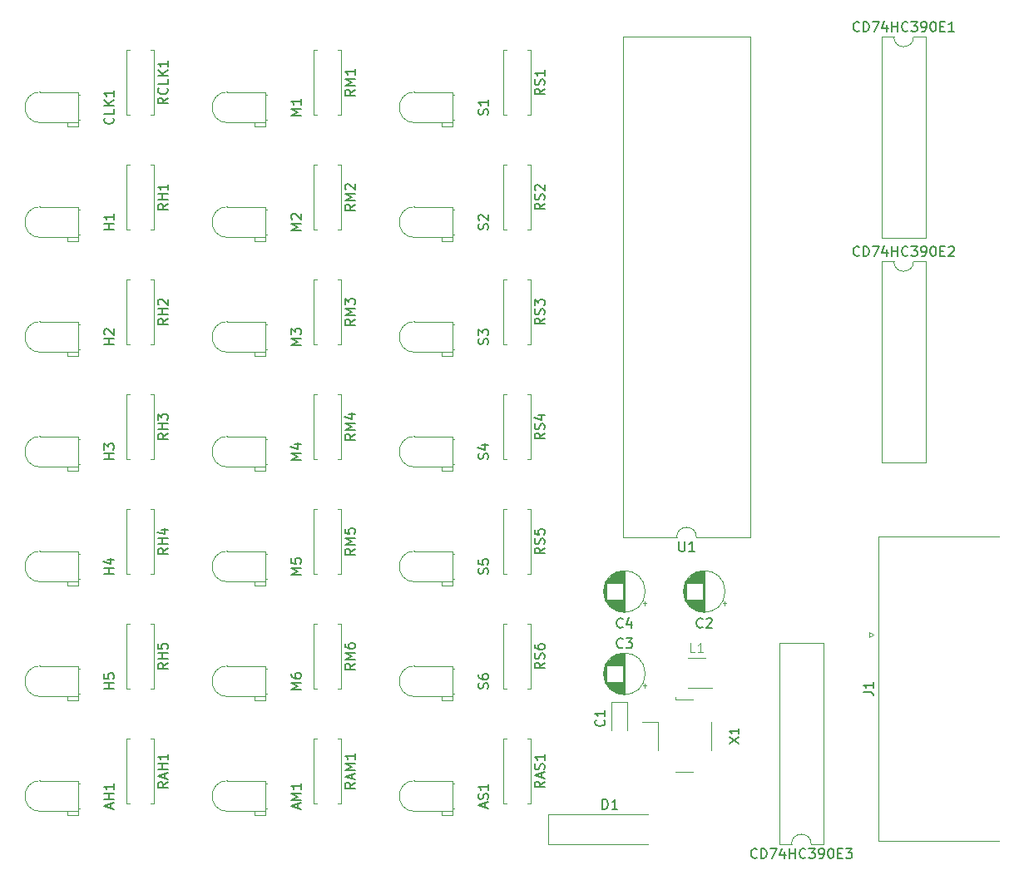
<source format=gbr>
G04 #@! TF.GenerationSoftware,KiCad,Pcbnew,5.99.0-unknown*
G04 #@! TF.CreationDate,2020-01-25T03:15:44+11:00*
G04 #@! TF.ProjectId,backup12,6261636b-7570-4313-922e-6b696361645f,1.0*
G04 #@! TF.SameCoordinates,Original*
G04 #@! TF.FileFunction,Legend,Top*
G04 #@! TF.FilePolarity,Positive*
%FSLAX46Y46*%
G04 Gerber Fmt 4.6, Leading zero omitted, Abs format (unit mm)*
G04 Created by KiCad (PCBNEW 5.99.0-unknown) date 2020-01-25 03:15:44*
%MOMM*%
%LPD*%
G04 APERTURE LIST*
%ADD10C,0.120000*%
%ADD11C,0.150000*%
%ADD12C,0.100000*%
G04 APERTURE END LIST*
D10*
X137175675Y-79550000D02*
X136742662Y-79800000D01*
X136742662Y-79300000D02*
X137175675Y-79550000D01*
X136742662Y-79800000D02*
X136742662Y-79300000D01*
X137637000Y-69605000D02*
X149977000Y-69605000D01*
X137637000Y-100575000D02*
X137637000Y-69605000D01*
X149977000Y-100575000D02*
X137637000Y-100575000D01*
X56221000Y-24348000D02*
X52361000Y-24348000D01*
X56221000Y-27468000D02*
X52361000Y-27468000D01*
X56221000Y-24348000D02*
X56221000Y-27468000D01*
X56221000Y-27868000D02*
X55101000Y-27868000D01*
X55101000Y-27868000D02*
X55101000Y-27468000D01*
X55101000Y-27468000D02*
X56221000Y-27468000D01*
X56221000Y-27468000D02*
X56221000Y-27868000D01*
X56351000Y-24638000D02*
X56221000Y-24638000D01*
X56221000Y-24638000D02*
X56221000Y-24638000D01*
X56221000Y-24638000D02*
X56351000Y-24638000D01*
X56351000Y-24638000D02*
X56351000Y-24638000D01*
X56351000Y-27178000D02*
X56221000Y-27178000D01*
X56221000Y-27178000D02*
X56221000Y-27178000D01*
X56221000Y-27178000D02*
X56351000Y-27178000D01*
X56351000Y-27178000D02*
X56351000Y-27178000D01*
X52361000Y-27468000D02*
G75*
G02X52361000Y-24348000I0J1560000D01*
G01*
X61141000Y-96742000D02*
X61471000Y-96742000D01*
X61141000Y-90202000D02*
X61141000Y-96742000D01*
X61471000Y-90202000D02*
X61141000Y-90202000D01*
X63881000Y-96742000D02*
X63551000Y-96742000D01*
X63881000Y-90202000D02*
X63881000Y-96742000D01*
X63551000Y-90202000D02*
X63881000Y-90202000D01*
X56221000Y-94452000D02*
X52361000Y-94452000D01*
X56221000Y-97572000D02*
X52361000Y-97572000D01*
X56221000Y-94452000D02*
X56221000Y-97572000D01*
X56221000Y-97972000D02*
X55101000Y-97972000D01*
X55101000Y-97972000D02*
X55101000Y-97572000D01*
X55101000Y-97572000D02*
X56221000Y-97572000D01*
X56221000Y-97572000D02*
X56221000Y-97972000D01*
X56351000Y-94742000D02*
X56221000Y-94742000D01*
X56221000Y-94742000D02*
X56221000Y-94742000D01*
X56221000Y-94742000D02*
X56351000Y-94742000D01*
X56351000Y-94742000D02*
X56351000Y-94742000D01*
X56351000Y-97282000D02*
X56221000Y-97282000D01*
X56221000Y-97282000D02*
X56221000Y-97282000D01*
X56221000Y-97282000D02*
X56351000Y-97282000D01*
X56351000Y-97282000D02*
X56351000Y-97282000D01*
X52361000Y-97572000D02*
G75*
G02X52361000Y-94452000I0J1560000D01*
G01*
X75271000Y-94452000D02*
X71411000Y-94452000D01*
X75271000Y-97572000D02*
X71411000Y-97572000D01*
X75271000Y-94452000D02*
X75271000Y-97572000D01*
X75271000Y-97972000D02*
X74151000Y-97972000D01*
X74151000Y-97972000D02*
X74151000Y-97572000D01*
X74151000Y-97572000D02*
X75271000Y-97572000D01*
X75271000Y-97572000D02*
X75271000Y-97972000D01*
X75401000Y-94742000D02*
X75271000Y-94742000D01*
X75271000Y-94742000D02*
X75271000Y-94742000D01*
X75271000Y-94742000D02*
X75401000Y-94742000D01*
X75401000Y-94742000D02*
X75401000Y-94742000D01*
X75401000Y-97282000D02*
X75271000Y-97282000D01*
X75271000Y-97282000D02*
X75271000Y-97282000D01*
X75271000Y-97282000D02*
X75401000Y-97282000D01*
X75401000Y-97282000D02*
X75401000Y-97282000D01*
X71411000Y-97572000D02*
G75*
G02X71411000Y-94452000I0J1560000D01*
G01*
X94321000Y-94452000D02*
X90461000Y-94452000D01*
X94321000Y-97572000D02*
X90461000Y-97572000D01*
X94321000Y-94452000D02*
X94321000Y-97572000D01*
X94321000Y-97972000D02*
X93201000Y-97972000D01*
X93201000Y-97972000D02*
X93201000Y-97572000D01*
X93201000Y-97572000D02*
X94321000Y-97572000D01*
X94321000Y-97572000D02*
X94321000Y-97972000D01*
X94451000Y-94742000D02*
X94321000Y-94742000D01*
X94321000Y-94742000D02*
X94321000Y-94742000D01*
X94321000Y-94742000D02*
X94451000Y-94742000D01*
X94451000Y-94742000D02*
X94451000Y-94742000D01*
X94451000Y-97282000D02*
X94321000Y-97282000D01*
X94321000Y-97282000D02*
X94321000Y-97282000D01*
X94321000Y-97282000D02*
X94451000Y-97282000D01*
X94451000Y-97282000D02*
X94451000Y-97282000D01*
X90461000Y-97572000D02*
G75*
G02X90461000Y-94452000I0J1560000D01*
G01*
X75271000Y-24348000D02*
X71411000Y-24348000D01*
X75271000Y-27468000D02*
X71411000Y-27468000D01*
X75271000Y-24348000D02*
X75271000Y-27468000D01*
X75271000Y-27868000D02*
X74151000Y-27868000D01*
X74151000Y-27868000D02*
X74151000Y-27468000D01*
X74151000Y-27468000D02*
X75271000Y-27468000D01*
X75271000Y-27468000D02*
X75271000Y-27868000D01*
X75401000Y-24638000D02*
X75271000Y-24638000D01*
X75271000Y-24638000D02*
X75271000Y-24638000D01*
X75271000Y-24638000D02*
X75401000Y-24638000D01*
X75401000Y-24638000D02*
X75401000Y-24638000D01*
X75401000Y-27178000D02*
X75271000Y-27178000D01*
X75271000Y-27178000D02*
X75271000Y-27178000D01*
X75271000Y-27178000D02*
X75401000Y-27178000D01*
X75401000Y-27178000D02*
X75401000Y-27178000D01*
X71411000Y-27468000D02*
G75*
G02X71411000Y-24348000I0J1560000D01*
G01*
X75271000Y-36032000D02*
X71411000Y-36032000D01*
X75271000Y-39152000D02*
X71411000Y-39152000D01*
X75271000Y-36032000D02*
X75271000Y-39152000D01*
X75271000Y-39552000D02*
X74151000Y-39552000D01*
X74151000Y-39552000D02*
X74151000Y-39152000D01*
X74151000Y-39152000D02*
X75271000Y-39152000D01*
X75271000Y-39152000D02*
X75271000Y-39552000D01*
X75401000Y-36322000D02*
X75271000Y-36322000D01*
X75271000Y-36322000D02*
X75271000Y-36322000D01*
X75271000Y-36322000D02*
X75401000Y-36322000D01*
X75401000Y-36322000D02*
X75401000Y-36322000D01*
X75401000Y-38862000D02*
X75271000Y-38862000D01*
X75271000Y-38862000D02*
X75271000Y-38862000D01*
X75271000Y-38862000D02*
X75401000Y-38862000D01*
X75401000Y-38862000D02*
X75401000Y-38862000D01*
X71411000Y-39152000D02*
G75*
G02X71411000Y-36032000I0J1560000D01*
G01*
X75271000Y-47716000D02*
X71411000Y-47716000D01*
X75271000Y-50836000D02*
X71411000Y-50836000D01*
X75271000Y-47716000D02*
X75271000Y-50836000D01*
X75271000Y-51236000D02*
X74151000Y-51236000D01*
X74151000Y-51236000D02*
X74151000Y-50836000D01*
X74151000Y-50836000D02*
X75271000Y-50836000D01*
X75271000Y-50836000D02*
X75271000Y-51236000D01*
X75401000Y-48006000D02*
X75271000Y-48006000D01*
X75271000Y-48006000D02*
X75271000Y-48006000D01*
X75271000Y-48006000D02*
X75401000Y-48006000D01*
X75401000Y-48006000D02*
X75401000Y-48006000D01*
X75401000Y-50546000D02*
X75271000Y-50546000D01*
X75271000Y-50546000D02*
X75271000Y-50546000D01*
X75271000Y-50546000D02*
X75401000Y-50546000D01*
X75401000Y-50546000D02*
X75401000Y-50546000D01*
X71411000Y-50836000D02*
G75*
G02X71411000Y-47716000I0J1560000D01*
G01*
X71411000Y-62520000D02*
G75*
G02X71411000Y-59400000I0J1560000D01*
G01*
X75401000Y-62230000D02*
X75401000Y-62230000D01*
X75271000Y-62230000D02*
X75401000Y-62230000D01*
X75271000Y-62230000D02*
X75271000Y-62230000D01*
X75401000Y-62230000D02*
X75271000Y-62230000D01*
X75401000Y-59690000D02*
X75401000Y-59690000D01*
X75271000Y-59690000D02*
X75401000Y-59690000D01*
X75271000Y-59690000D02*
X75271000Y-59690000D01*
X75401000Y-59690000D02*
X75271000Y-59690000D01*
X75271000Y-62520000D02*
X75271000Y-62920000D01*
X74151000Y-62520000D02*
X75271000Y-62520000D01*
X74151000Y-62920000D02*
X74151000Y-62520000D01*
X75271000Y-62920000D02*
X74151000Y-62920000D01*
X75271000Y-59400000D02*
X75271000Y-62520000D01*
X75271000Y-62520000D02*
X71411000Y-62520000D01*
X75271000Y-59400000D02*
X71411000Y-59400000D01*
X75271000Y-71084000D02*
X71411000Y-71084000D01*
X75271000Y-74204000D02*
X71411000Y-74204000D01*
X75271000Y-71084000D02*
X75271000Y-74204000D01*
X75271000Y-74604000D02*
X74151000Y-74604000D01*
X74151000Y-74604000D02*
X74151000Y-74204000D01*
X74151000Y-74204000D02*
X75271000Y-74204000D01*
X75271000Y-74204000D02*
X75271000Y-74604000D01*
X75401000Y-71374000D02*
X75271000Y-71374000D01*
X75271000Y-71374000D02*
X75271000Y-71374000D01*
X75271000Y-71374000D02*
X75401000Y-71374000D01*
X75401000Y-71374000D02*
X75401000Y-71374000D01*
X75401000Y-73914000D02*
X75271000Y-73914000D01*
X75271000Y-73914000D02*
X75271000Y-73914000D01*
X75271000Y-73914000D02*
X75401000Y-73914000D01*
X75401000Y-73914000D02*
X75401000Y-73914000D01*
X71411000Y-74204000D02*
G75*
G02X71411000Y-71084000I0J1560000D01*
G01*
X75271000Y-82768000D02*
X71411000Y-82768000D01*
X75271000Y-85888000D02*
X71411000Y-85888000D01*
X75271000Y-82768000D02*
X75271000Y-85888000D01*
X75271000Y-86288000D02*
X74151000Y-86288000D01*
X74151000Y-86288000D02*
X74151000Y-85888000D01*
X74151000Y-85888000D02*
X75271000Y-85888000D01*
X75271000Y-85888000D02*
X75271000Y-86288000D01*
X75401000Y-83058000D02*
X75271000Y-83058000D01*
X75271000Y-83058000D02*
X75271000Y-83058000D01*
X75271000Y-83058000D02*
X75401000Y-83058000D01*
X75401000Y-83058000D02*
X75401000Y-83058000D01*
X75401000Y-85598000D02*
X75271000Y-85598000D01*
X75271000Y-85598000D02*
X75271000Y-85598000D01*
X75271000Y-85598000D02*
X75401000Y-85598000D01*
X75401000Y-85598000D02*
X75401000Y-85598000D01*
X71411000Y-85888000D02*
G75*
G02X71411000Y-82768000I0J1560000D01*
G01*
X80191000Y-96742000D02*
X80521000Y-96742000D01*
X80191000Y-90202000D02*
X80191000Y-96742000D01*
X80521000Y-90202000D02*
X80191000Y-90202000D01*
X82931000Y-96742000D02*
X82601000Y-96742000D01*
X82931000Y-90202000D02*
X82931000Y-96742000D01*
X82601000Y-90202000D02*
X82931000Y-90202000D01*
X99495000Y-96742000D02*
X99825000Y-96742000D01*
X99495000Y-90202000D02*
X99495000Y-96742000D01*
X99825000Y-90202000D02*
X99495000Y-90202000D01*
X102235000Y-96742000D02*
X101905000Y-96742000D01*
X102235000Y-90202000D02*
X102235000Y-96742000D01*
X101905000Y-90202000D02*
X102235000Y-90202000D01*
X61141000Y-26638000D02*
X61471000Y-26638000D01*
X61141000Y-20098000D02*
X61141000Y-26638000D01*
X61471000Y-20098000D02*
X61141000Y-20098000D01*
X63881000Y-26638000D02*
X63551000Y-26638000D01*
X63881000Y-20098000D02*
X63881000Y-26638000D01*
X63551000Y-20098000D02*
X63881000Y-20098000D01*
X61141000Y-38322000D02*
X61471000Y-38322000D01*
X61141000Y-31782000D02*
X61141000Y-38322000D01*
X61471000Y-31782000D02*
X61141000Y-31782000D01*
X63881000Y-38322000D02*
X63551000Y-38322000D01*
X63881000Y-31782000D02*
X63881000Y-38322000D01*
X63551000Y-31782000D02*
X63881000Y-31782000D01*
X61141000Y-50006000D02*
X61471000Y-50006000D01*
X61141000Y-43466000D02*
X61141000Y-50006000D01*
X61471000Y-43466000D02*
X61141000Y-43466000D01*
X63881000Y-50006000D02*
X63551000Y-50006000D01*
X63881000Y-43466000D02*
X63881000Y-50006000D01*
X63551000Y-43466000D02*
X63881000Y-43466000D01*
X61141000Y-61690000D02*
X61471000Y-61690000D01*
X61141000Y-55150000D02*
X61141000Y-61690000D01*
X61471000Y-55150000D02*
X61141000Y-55150000D01*
X63881000Y-61690000D02*
X63551000Y-61690000D01*
X63881000Y-55150000D02*
X63881000Y-61690000D01*
X63551000Y-55150000D02*
X63881000Y-55150000D01*
X61141000Y-73374000D02*
X61471000Y-73374000D01*
X61141000Y-66834000D02*
X61141000Y-73374000D01*
X61471000Y-66834000D02*
X61141000Y-66834000D01*
X63881000Y-73374000D02*
X63551000Y-73374000D01*
X63881000Y-66834000D02*
X63881000Y-73374000D01*
X63551000Y-66834000D02*
X63881000Y-66834000D01*
X61141000Y-85058000D02*
X61471000Y-85058000D01*
X61141000Y-78518000D02*
X61141000Y-85058000D01*
X61471000Y-78518000D02*
X61141000Y-78518000D01*
X63881000Y-85058000D02*
X63551000Y-85058000D01*
X63881000Y-78518000D02*
X63881000Y-85058000D01*
X63551000Y-78518000D02*
X63881000Y-78518000D01*
X80191000Y-26638000D02*
X80521000Y-26638000D01*
X80191000Y-20098000D02*
X80191000Y-26638000D01*
X80521000Y-20098000D02*
X80191000Y-20098000D01*
X82931000Y-26638000D02*
X82601000Y-26638000D01*
X82931000Y-20098000D02*
X82931000Y-26638000D01*
X82601000Y-20098000D02*
X82931000Y-20098000D01*
X80191000Y-38322000D02*
X80521000Y-38322000D01*
X80191000Y-31782000D02*
X80191000Y-38322000D01*
X80521000Y-31782000D02*
X80191000Y-31782000D01*
X82931000Y-38322000D02*
X82601000Y-38322000D01*
X82931000Y-31782000D02*
X82931000Y-38322000D01*
X82601000Y-31782000D02*
X82931000Y-31782000D01*
X80191000Y-50006000D02*
X80521000Y-50006000D01*
X80191000Y-43466000D02*
X80191000Y-50006000D01*
X80521000Y-43466000D02*
X80191000Y-43466000D01*
X82931000Y-50006000D02*
X82601000Y-50006000D01*
X82931000Y-43466000D02*
X82931000Y-50006000D01*
X82601000Y-43466000D02*
X82931000Y-43466000D01*
X80191000Y-61690000D02*
X80521000Y-61690000D01*
X80191000Y-55150000D02*
X80191000Y-61690000D01*
X80521000Y-55150000D02*
X80191000Y-55150000D01*
X82931000Y-61690000D02*
X82601000Y-61690000D01*
X82931000Y-55150000D02*
X82931000Y-61690000D01*
X82601000Y-55150000D02*
X82931000Y-55150000D01*
X80191000Y-73374000D02*
X80521000Y-73374000D01*
X80191000Y-66834000D02*
X80191000Y-73374000D01*
X80521000Y-66834000D02*
X80191000Y-66834000D01*
X82931000Y-73374000D02*
X82601000Y-73374000D01*
X82931000Y-66834000D02*
X82931000Y-73374000D01*
X82601000Y-66834000D02*
X82931000Y-66834000D01*
X80191000Y-85058000D02*
X80521000Y-85058000D01*
X80191000Y-78518000D02*
X80191000Y-85058000D01*
X80521000Y-78518000D02*
X80191000Y-78518000D01*
X82931000Y-85058000D02*
X82601000Y-85058000D01*
X82931000Y-78518000D02*
X82931000Y-85058000D01*
X82601000Y-78518000D02*
X82931000Y-78518000D01*
X99495000Y-26638000D02*
X99825000Y-26638000D01*
X99495000Y-20098000D02*
X99495000Y-26638000D01*
X99825000Y-20098000D02*
X99495000Y-20098000D01*
X102235000Y-26638000D02*
X101905000Y-26638000D01*
X102235000Y-20098000D02*
X102235000Y-26638000D01*
X101905000Y-20098000D02*
X102235000Y-20098000D01*
X99495000Y-38322000D02*
X99825000Y-38322000D01*
X99495000Y-31782000D02*
X99495000Y-38322000D01*
X99825000Y-31782000D02*
X99495000Y-31782000D01*
X102235000Y-38322000D02*
X101905000Y-38322000D01*
X102235000Y-31782000D02*
X102235000Y-38322000D01*
X101905000Y-31782000D02*
X102235000Y-31782000D01*
X99495000Y-50006000D02*
X99825000Y-50006000D01*
X99495000Y-43466000D02*
X99495000Y-50006000D01*
X99825000Y-43466000D02*
X99495000Y-43466000D01*
X102235000Y-50006000D02*
X101905000Y-50006000D01*
X102235000Y-43466000D02*
X102235000Y-50006000D01*
X101905000Y-43466000D02*
X102235000Y-43466000D01*
X99495000Y-61690000D02*
X99825000Y-61690000D01*
X99495000Y-55150000D02*
X99495000Y-61690000D01*
X99825000Y-55150000D02*
X99495000Y-55150000D01*
X102235000Y-61690000D02*
X101905000Y-61690000D01*
X102235000Y-55150000D02*
X102235000Y-61690000D01*
X101905000Y-55150000D02*
X102235000Y-55150000D01*
X99495000Y-73374000D02*
X99825000Y-73374000D01*
X99495000Y-66834000D02*
X99495000Y-73374000D01*
X99825000Y-66834000D02*
X99495000Y-66834000D01*
X102235000Y-73374000D02*
X101905000Y-73374000D01*
X102235000Y-66834000D02*
X102235000Y-73374000D01*
X101905000Y-66834000D02*
X102235000Y-66834000D01*
X99495000Y-85058000D02*
X99825000Y-85058000D01*
X99495000Y-78518000D02*
X99495000Y-85058000D01*
X99825000Y-78518000D02*
X99495000Y-78518000D01*
X102235000Y-85058000D02*
X101905000Y-85058000D01*
X102235000Y-78518000D02*
X102235000Y-85058000D01*
X101905000Y-78518000D02*
X102235000Y-78518000D01*
X94321000Y-24348000D02*
X90461000Y-24348000D01*
X94321000Y-27468000D02*
X90461000Y-27468000D01*
X94321000Y-24348000D02*
X94321000Y-27468000D01*
X94321000Y-27868000D02*
X93201000Y-27868000D01*
X93201000Y-27868000D02*
X93201000Y-27468000D01*
X93201000Y-27468000D02*
X94321000Y-27468000D01*
X94321000Y-27468000D02*
X94321000Y-27868000D01*
X94451000Y-24638000D02*
X94321000Y-24638000D01*
X94321000Y-24638000D02*
X94321000Y-24638000D01*
X94321000Y-24638000D02*
X94451000Y-24638000D01*
X94451000Y-24638000D02*
X94451000Y-24638000D01*
X94451000Y-27178000D02*
X94321000Y-27178000D01*
X94321000Y-27178000D02*
X94321000Y-27178000D01*
X94321000Y-27178000D02*
X94451000Y-27178000D01*
X94451000Y-27178000D02*
X94451000Y-27178000D01*
X90461000Y-27468000D02*
G75*
G02X90461000Y-24348000I0J1560000D01*
G01*
X94321000Y-36032000D02*
X90461000Y-36032000D01*
X94321000Y-39152000D02*
X90461000Y-39152000D01*
X94321000Y-36032000D02*
X94321000Y-39152000D01*
X94321000Y-39552000D02*
X93201000Y-39552000D01*
X93201000Y-39552000D02*
X93201000Y-39152000D01*
X93201000Y-39152000D02*
X94321000Y-39152000D01*
X94321000Y-39152000D02*
X94321000Y-39552000D01*
X94451000Y-36322000D02*
X94321000Y-36322000D01*
X94321000Y-36322000D02*
X94321000Y-36322000D01*
X94321000Y-36322000D02*
X94451000Y-36322000D01*
X94451000Y-36322000D02*
X94451000Y-36322000D01*
X94451000Y-38862000D02*
X94321000Y-38862000D01*
X94321000Y-38862000D02*
X94321000Y-38862000D01*
X94321000Y-38862000D02*
X94451000Y-38862000D01*
X94451000Y-38862000D02*
X94451000Y-38862000D01*
X90461000Y-39152000D02*
G75*
G02X90461000Y-36032000I0J1560000D01*
G01*
X94321000Y-47716000D02*
X90461000Y-47716000D01*
X94321000Y-50836000D02*
X90461000Y-50836000D01*
X94321000Y-47716000D02*
X94321000Y-50836000D01*
X94321000Y-51236000D02*
X93201000Y-51236000D01*
X93201000Y-51236000D02*
X93201000Y-50836000D01*
X93201000Y-50836000D02*
X94321000Y-50836000D01*
X94321000Y-50836000D02*
X94321000Y-51236000D01*
X94451000Y-48006000D02*
X94321000Y-48006000D01*
X94321000Y-48006000D02*
X94321000Y-48006000D01*
X94321000Y-48006000D02*
X94451000Y-48006000D01*
X94451000Y-48006000D02*
X94451000Y-48006000D01*
X94451000Y-50546000D02*
X94321000Y-50546000D01*
X94321000Y-50546000D02*
X94321000Y-50546000D01*
X94321000Y-50546000D02*
X94451000Y-50546000D01*
X94451000Y-50546000D02*
X94451000Y-50546000D01*
X90461000Y-50836000D02*
G75*
G02X90461000Y-47716000I0J1560000D01*
G01*
X94321000Y-59400000D02*
X90461000Y-59400000D01*
X94321000Y-62520000D02*
X90461000Y-62520000D01*
X94321000Y-59400000D02*
X94321000Y-62520000D01*
X94321000Y-62920000D02*
X93201000Y-62920000D01*
X93201000Y-62920000D02*
X93201000Y-62520000D01*
X93201000Y-62520000D02*
X94321000Y-62520000D01*
X94321000Y-62520000D02*
X94321000Y-62920000D01*
X94451000Y-59690000D02*
X94321000Y-59690000D01*
X94321000Y-59690000D02*
X94321000Y-59690000D01*
X94321000Y-59690000D02*
X94451000Y-59690000D01*
X94451000Y-59690000D02*
X94451000Y-59690000D01*
X94451000Y-62230000D02*
X94321000Y-62230000D01*
X94321000Y-62230000D02*
X94321000Y-62230000D01*
X94321000Y-62230000D02*
X94451000Y-62230000D01*
X94451000Y-62230000D02*
X94451000Y-62230000D01*
X90461000Y-62520000D02*
G75*
G02X90461000Y-59400000I0J1560000D01*
G01*
X94321000Y-71084000D02*
X90461000Y-71084000D01*
X94321000Y-74204000D02*
X90461000Y-74204000D01*
X94321000Y-71084000D02*
X94321000Y-74204000D01*
X94321000Y-74604000D02*
X93201000Y-74604000D01*
X93201000Y-74604000D02*
X93201000Y-74204000D01*
X93201000Y-74204000D02*
X94321000Y-74204000D01*
X94321000Y-74204000D02*
X94321000Y-74604000D01*
X94451000Y-71374000D02*
X94321000Y-71374000D01*
X94321000Y-71374000D02*
X94321000Y-71374000D01*
X94321000Y-71374000D02*
X94451000Y-71374000D01*
X94451000Y-71374000D02*
X94451000Y-71374000D01*
X94451000Y-73914000D02*
X94321000Y-73914000D01*
X94321000Y-73914000D02*
X94321000Y-73914000D01*
X94321000Y-73914000D02*
X94451000Y-73914000D01*
X94451000Y-73914000D02*
X94451000Y-73914000D01*
X90461000Y-74204000D02*
G75*
G02X90461000Y-71084000I0J1560000D01*
G01*
X94321000Y-82768000D02*
X90461000Y-82768000D01*
X94321000Y-85888000D02*
X90461000Y-85888000D01*
X94321000Y-82768000D02*
X94321000Y-85888000D01*
X94321000Y-86288000D02*
X93201000Y-86288000D01*
X93201000Y-86288000D02*
X93201000Y-85888000D01*
X93201000Y-85888000D02*
X94321000Y-85888000D01*
X94321000Y-85888000D02*
X94321000Y-86288000D01*
X94451000Y-83058000D02*
X94321000Y-83058000D01*
X94321000Y-83058000D02*
X94321000Y-83058000D01*
X94321000Y-83058000D02*
X94451000Y-83058000D01*
X94451000Y-83058000D02*
X94451000Y-83058000D01*
X94451000Y-85598000D02*
X94321000Y-85598000D01*
X94321000Y-85598000D02*
X94321000Y-85598000D01*
X94321000Y-85598000D02*
X94451000Y-85598000D01*
X94451000Y-85598000D02*
X94451000Y-85598000D01*
X90461000Y-85888000D02*
G75*
G02X90461000Y-82768000I0J1560000D01*
G01*
X56221000Y-36032000D02*
X52361000Y-36032000D01*
X56221000Y-39152000D02*
X52361000Y-39152000D01*
X56221000Y-36032000D02*
X56221000Y-39152000D01*
X56221000Y-39552000D02*
X55101000Y-39552000D01*
X55101000Y-39552000D02*
X55101000Y-39152000D01*
X55101000Y-39152000D02*
X56221000Y-39152000D01*
X56221000Y-39152000D02*
X56221000Y-39552000D01*
X56351000Y-36322000D02*
X56221000Y-36322000D01*
X56221000Y-36322000D02*
X56221000Y-36322000D01*
X56221000Y-36322000D02*
X56351000Y-36322000D01*
X56351000Y-36322000D02*
X56351000Y-36322000D01*
X56351000Y-38862000D02*
X56221000Y-38862000D01*
X56221000Y-38862000D02*
X56221000Y-38862000D01*
X56221000Y-38862000D02*
X56351000Y-38862000D01*
X56351000Y-38862000D02*
X56351000Y-38862000D01*
X52361000Y-39152000D02*
G75*
G02X52361000Y-36032000I0J1560000D01*
G01*
X56221000Y-47716000D02*
X52361000Y-47716000D01*
X56221000Y-50836000D02*
X52361000Y-50836000D01*
X56221000Y-47716000D02*
X56221000Y-50836000D01*
X56221000Y-51236000D02*
X55101000Y-51236000D01*
X55101000Y-51236000D02*
X55101000Y-50836000D01*
X55101000Y-50836000D02*
X56221000Y-50836000D01*
X56221000Y-50836000D02*
X56221000Y-51236000D01*
X56351000Y-48006000D02*
X56221000Y-48006000D01*
X56221000Y-48006000D02*
X56221000Y-48006000D01*
X56221000Y-48006000D02*
X56351000Y-48006000D01*
X56351000Y-48006000D02*
X56351000Y-48006000D01*
X56351000Y-50546000D02*
X56221000Y-50546000D01*
X56221000Y-50546000D02*
X56221000Y-50546000D01*
X56221000Y-50546000D02*
X56351000Y-50546000D01*
X56351000Y-50546000D02*
X56351000Y-50546000D01*
X52361000Y-50836000D02*
G75*
G02X52361000Y-47716000I0J1560000D01*
G01*
X56221000Y-59400000D02*
X52361000Y-59400000D01*
X56221000Y-62520000D02*
X52361000Y-62520000D01*
X56221000Y-59400000D02*
X56221000Y-62520000D01*
X56221000Y-62920000D02*
X55101000Y-62920000D01*
X55101000Y-62920000D02*
X55101000Y-62520000D01*
X55101000Y-62520000D02*
X56221000Y-62520000D01*
X56221000Y-62520000D02*
X56221000Y-62920000D01*
X56351000Y-59690000D02*
X56221000Y-59690000D01*
X56221000Y-59690000D02*
X56221000Y-59690000D01*
X56221000Y-59690000D02*
X56351000Y-59690000D01*
X56351000Y-59690000D02*
X56351000Y-59690000D01*
X56351000Y-62230000D02*
X56221000Y-62230000D01*
X56221000Y-62230000D02*
X56221000Y-62230000D01*
X56221000Y-62230000D02*
X56351000Y-62230000D01*
X56351000Y-62230000D02*
X56351000Y-62230000D01*
X52361000Y-62520000D02*
G75*
G02X52361000Y-59400000I0J1560000D01*
G01*
X56221000Y-71084000D02*
X52361000Y-71084000D01*
X56221000Y-74204000D02*
X52361000Y-74204000D01*
X56221000Y-71084000D02*
X56221000Y-74204000D01*
X56221000Y-74604000D02*
X55101000Y-74604000D01*
X55101000Y-74604000D02*
X55101000Y-74204000D01*
X55101000Y-74204000D02*
X56221000Y-74204000D01*
X56221000Y-74204000D02*
X56221000Y-74604000D01*
X56351000Y-71374000D02*
X56221000Y-71374000D01*
X56221000Y-71374000D02*
X56221000Y-71374000D01*
X56221000Y-71374000D02*
X56351000Y-71374000D01*
X56351000Y-71374000D02*
X56351000Y-71374000D01*
X56351000Y-73914000D02*
X56221000Y-73914000D01*
X56221000Y-73914000D02*
X56221000Y-73914000D01*
X56221000Y-73914000D02*
X56351000Y-73914000D01*
X56351000Y-73914000D02*
X56351000Y-73914000D01*
X52361000Y-74204000D02*
G75*
G02X52361000Y-71084000I0J1560000D01*
G01*
X56221000Y-82768000D02*
X52361000Y-82768000D01*
X56221000Y-85888000D02*
X52361000Y-85888000D01*
X56221000Y-82768000D02*
X56221000Y-85888000D01*
X56221000Y-86288000D02*
X55101000Y-86288000D01*
X55101000Y-86288000D02*
X55101000Y-85888000D01*
X55101000Y-85888000D02*
X56221000Y-85888000D01*
X56221000Y-85888000D02*
X56221000Y-86288000D01*
X56351000Y-83058000D02*
X56221000Y-83058000D01*
X56221000Y-83058000D02*
X56221000Y-83058000D01*
X56221000Y-83058000D02*
X56351000Y-83058000D01*
X56351000Y-83058000D02*
X56351000Y-83058000D01*
X56351000Y-85598000D02*
X56221000Y-85598000D01*
X56221000Y-85598000D02*
X56221000Y-85598000D01*
X56221000Y-85598000D02*
X56351000Y-85598000D01*
X56351000Y-85598000D02*
X56351000Y-85598000D01*
X52361000Y-85888000D02*
G75*
G02X52361000Y-82768000I0J1560000D01*
G01*
X111677000Y-69656000D02*
X117137000Y-69656000D01*
X111677000Y-18736000D02*
X111677000Y-69656000D01*
X124597000Y-18736000D02*
X111677000Y-18736000D01*
X124597000Y-69656000D02*
X124597000Y-18736000D01*
X119137000Y-69656000D02*
X124597000Y-69656000D01*
X117137000Y-69656000D02*
G75*
G02X119137000Y-69656000I1000000J0D01*
G01*
X115220000Y-88439000D02*
X113620000Y-88439000D01*
X115220000Y-91319000D02*
X115220000Y-88439000D01*
X120620000Y-88439000D02*
X120620000Y-91319000D01*
X118820000Y-93579000D02*
X117020000Y-93579000D01*
X117020000Y-86179000D02*
X118820000Y-86179000D01*
X117020000Y-85939000D02*
X117020000Y-86179000D01*
X118273000Y-85010000D02*
X120703000Y-85010000D01*
X120033000Y-81940000D02*
X118273000Y-81940000D01*
X104017000Y-100880000D02*
X114217000Y-100880000D01*
X104017000Y-97880000D02*
X104017000Y-100880000D01*
X114217000Y-97880000D02*
X104017000Y-97880000D01*
X127571000Y-100898000D02*
X128821000Y-100898000D01*
X127571000Y-80458000D02*
X127571000Y-100898000D01*
X132071000Y-80458000D02*
X127571000Y-80458000D01*
X132071000Y-100898000D02*
X132071000Y-80458000D01*
X130821000Y-100898000D02*
X132071000Y-100898000D01*
X128821000Y-100898000D02*
G75*
G02X130821000Y-100898000I1000000J0D01*
G01*
X142485000Y-41596000D02*
X141235000Y-41596000D01*
X142485000Y-62036000D02*
X142485000Y-41596000D01*
X137985000Y-62036000D02*
X142485000Y-62036000D01*
X137985000Y-41596000D02*
X137985000Y-62036000D01*
X139235000Y-41596000D02*
X137985000Y-41596000D01*
X141235000Y-41596000D02*
G75*
G02X139235000Y-41596000I-1000000J0D01*
G01*
X142485000Y-18736000D02*
X141235000Y-18736000D01*
X142485000Y-39176000D02*
X142485000Y-18736000D01*
X137985000Y-39176000D02*
X142485000Y-39176000D01*
X137985000Y-18736000D02*
X137985000Y-39176000D01*
X139235000Y-18736000D02*
X137985000Y-18736000D01*
X141235000Y-18736000D02*
G75*
G02X139235000Y-18736000I-1000000J0D01*
G01*
X113872801Y-76579000D02*
X113872801Y-76179000D01*
X114072801Y-76379000D02*
X113672801Y-76379000D01*
X109722000Y-75554000D02*
X109722000Y-74814000D01*
X109762000Y-75721000D02*
X109762000Y-74647000D01*
X109802000Y-75848000D02*
X109802000Y-74520000D01*
X109842000Y-75952000D02*
X109842000Y-74416000D01*
X109882000Y-76043000D02*
X109882000Y-74325000D01*
X109922000Y-76124000D02*
X109922000Y-74244000D01*
X109962000Y-76197000D02*
X109962000Y-74171000D01*
X110002000Y-74344000D02*
X110002000Y-74104000D01*
X110002000Y-76264000D02*
X110002000Y-76024000D01*
X110042000Y-74344000D02*
X110042000Y-74042000D01*
X110042000Y-76326000D02*
X110042000Y-76024000D01*
X110082000Y-74344000D02*
X110082000Y-73984000D01*
X110082000Y-76384000D02*
X110082000Y-76024000D01*
X110122000Y-74344000D02*
X110122000Y-73930000D01*
X110122000Y-76438000D02*
X110122000Y-76024000D01*
X110162000Y-74344000D02*
X110162000Y-73880000D01*
X110162000Y-76488000D02*
X110162000Y-76024000D01*
X110202000Y-74344000D02*
X110202000Y-73833000D01*
X110202000Y-76535000D02*
X110202000Y-76024000D01*
X110242000Y-74344000D02*
X110242000Y-73788000D01*
X110242000Y-76580000D02*
X110242000Y-76024000D01*
X110282000Y-74344000D02*
X110282000Y-73746000D01*
X110282000Y-76622000D02*
X110282000Y-76024000D01*
X110322000Y-74344000D02*
X110322000Y-73706000D01*
X110322000Y-76662000D02*
X110322000Y-76024000D01*
X110362000Y-74344000D02*
X110362000Y-73668000D01*
X110362000Y-76700000D02*
X110362000Y-76024000D01*
X110402000Y-74344000D02*
X110402000Y-73632000D01*
X110402000Y-76736000D02*
X110402000Y-76024000D01*
X110442000Y-74344000D02*
X110442000Y-73597000D01*
X110442000Y-76771000D02*
X110442000Y-76024000D01*
X110482000Y-74344000D02*
X110482000Y-73565000D01*
X110482000Y-76803000D02*
X110482000Y-76024000D01*
X110522000Y-74344000D02*
X110522000Y-73534000D01*
X110522000Y-76834000D02*
X110522000Y-76024000D01*
X110562000Y-74344000D02*
X110562000Y-73504000D01*
X110562000Y-76864000D02*
X110562000Y-76024000D01*
X110602000Y-74344000D02*
X110602000Y-73476000D01*
X110602000Y-76892000D02*
X110602000Y-76024000D01*
X110642000Y-74344000D02*
X110642000Y-73449000D01*
X110642000Y-76919000D02*
X110642000Y-76024000D01*
X110682000Y-74344000D02*
X110682000Y-73424000D01*
X110682000Y-76944000D02*
X110682000Y-76024000D01*
X110722000Y-74344000D02*
X110722000Y-73399000D01*
X110722000Y-76969000D02*
X110722000Y-76024000D01*
X110762000Y-74344000D02*
X110762000Y-73376000D01*
X110762000Y-76992000D02*
X110762000Y-76024000D01*
X110802000Y-74344000D02*
X110802000Y-73354000D01*
X110802000Y-77014000D02*
X110802000Y-76024000D01*
X110842000Y-74344000D02*
X110842000Y-73333000D01*
X110842000Y-77035000D02*
X110842000Y-76024000D01*
X110882000Y-74344000D02*
X110882000Y-73314000D01*
X110882000Y-77054000D02*
X110882000Y-76024000D01*
X110922000Y-74344000D02*
X110922000Y-73295000D01*
X110922000Y-77073000D02*
X110922000Y-76024000D01*
X110962000Y-74344000D02*
X110962000Y-73277000D01*
X110962000Y-77091000D02*
X110962000Y-76024000D01*
X111002000Y-74344000D02*
X111002000Y-73260000D01*
X111002000Y-77108000D02*
X111002000Y-76024000D01*
X111042000Y-74344000D02*
X111042000Y-73244000D01*
X111042000Y-77124000D02*
X111042000Y-76024000D01*
X111082000Y-74344000D02*
X111082000Y-73230000D01*
X111082000Y-77138000D02*
X111082000Y-76024000D01*
X111123000Y-74344000D02*
X111123000Y-73216000D01*
X111123000Y-77152000D02*
X111123000Y-76024000D01*
X111163000Y-74344000D02*
X111163000Y-73202000D01*
X111163000Y-77166000D02*
X111163000Y-76024000D01*
X111203000Y-74344000D02*
X111203000Y-73190000D01*
X111203000Y-77178000D02*
X111203000Y-76024000D01*
X111243000Y-74344000D02*
X111243000Y-73179000D01*
X111243000Y-77189000D02*
X111243000Y-76024000D01*
X111283000Y-74344000D02*
X111283000Y-73168000D01*
X111283000Y-77200000D02*
X111283000Y-76024000D01*
X111323000Y-74344000D02*
X111323000Y-73159000D01*
X111323000Y-77209000D02*
X111323000Y-76024000D01*
X111363000Y-74344000D02*
X111363000Y-73150000D01*
X111363000Y-77218000D02*
X111363000Y-76024000D01*
X111403000Y-74344000D02*
X111403000Y-73142000D01*
X111403000Y-77226000D02*
X111403000Y-76024000D01*
X111443000Y-74344000D02*
X111443000Y-73134000D01*
X111443000Y-77234000D02*
X111443000Y-76024000D01*
X111483000Y-74344000D02*
X111483000Y-73128000D01*
X111483000Y-77240000D02*
X111483000Y-76024000D01*
X111523000Y-74344000D02*
X111523000Y-73122000D01*
X111523000Y-77246000D02*
X111523000Y-76024000D01*
X111563000Y-74344000D02*
X111563000Y-73117000D01*
X111563000Y-77251000D02*
X111563000Y-76024000D01*
X111603000Y-74344000D02*
X111603000Y-73113000D01*
X111603000Y-77255000D02*
X111603000Y-76024000D01*
X111643000Y-77258000D02*
X111643000Y-73110000D01*
X111683000Y-77261000D02*
X111683000Y-73107000D01*
X111723000Y-77263000D02*
X111723000Y-73105000D01*
X111763000Y-77264000D02*
X111763000Y-73104000D01*
X111803000Y-77264000D02*
X111803000Y-73104000D01*
X113923000Y-75184000D02*
G75*
G03X113923000Y-75184000I-2120000J0D01*
G01*
X113872801Y-84961000D02*
X113872801Y-84561000D01*
X114072801Y-84761000D02*
X113672801Y-84761000D01*
X109722000Y-83936000D02*
X109722000Y-83196000D01*
X109762000Y-84103000D02*
X109762000Y-83029000D01*
X109802000Y-84230000D02*
X109802000Y-82902000D01*
X109842000Y-84334000D02*
X109842000Y-82798000D01*
X109882000Y-84425000D02*
X109882000Y-82707000D01*
X109922000Y-84506000D02*
X109922000Y-82626000D01*
X109962000Y-84579000D02*
X109962000Y-82553000D01*
X110002000Y-82726000D02*
X110002000Y-82486000D01*
X110002000Y-84646000D02*
X110002000Y-84406000D01*
X110042000Y-82726000D02*
X110042000Y-82424000D01*
X110042000Y-84708000D02*
X110042000Y-84406000D01*
X110082000Y-82726000D02*
X110082000Y-82366000D01*
X110082000Y-84766000D02*
X110082000Y-84406000D01*
X110122000Y-82726000D02*
X110122000Y-82312000D01*
X110122000Y-84820000D02*
X110122000Y-84406000D01*
X110162000Y-82726000D02*
X110162000Y-82262000D01*
X110162000Y-84870000D02*
X110162000Y-84406000D01*
X110202000Y-82726000D02*
X110202000Y-82215000D01*
X110202000Y-84917000D02*
X110202000Y-84406000D01*
X110242000Y-82726000D02*
X110242000Y-82170000D01*
X110242000Y-84962000D02*
X110242000Y-84406000D01*
X110282000Y-82726000D02*
X110282000Y-82128000D01*
X110282000Y-85004000D02*
X110282000Y-84406000D01*
X110322000Y-82726000D02*
X110322000Y-82088000D01*
X110322000Y-85044000D02*
X110322000Y-84406000D01*
X110362000Y-82726000D02*
X110362000Y-82050000D01*
X110362000Y-85082000D02*
X110362000Y-84406000D01*
X110402000Y-82726000D02*
X110402000Y-82014000D01*
X110402000Y-85118000D02*
X110402000Y-84406000D01*
X110442000Y-82726000D02*
X110442000Y-81979000D01*
X110442000Y-85153000D02*
X110442000Y-84406000D01*
X110482000Y-82726000D02*
X110482000Y-81947000D01*
X110482000Y-85185000D02*
X110482000Y-84406000D01*
X110522000Y-82726000D02*
X110522000Y-81916000D01*
X110522000Y-85216000D02*
X110522000Y-84406000D01*
X110562000Y-82726000D02*
X110562000Y-81886000D01*
X110562000Y-85246000D02*
X110562000Y-84406000D01*
X110602000Y-82726000D02*
X110602000Y-81858000D01*
X110602000Y-85274000D02*
X110602000Y-84406000D01*
X110642000Y-82726000D02*
X110642000Y-81831000D01*
X110642000Y-85301000D02*
X110642000Y-84406000D01*
X110682000Y-82726000D02*
X110682000Y-81806000D01*
X110682000Y-85326000D02*
X110682000Y-84406000D01*
X110722000Y-82726000D02*
X110722000Y-81781000D01*
X110722000Y-85351000D02*
X110722000Y-84406000D01*
X110762000Y-82726000D02*
X110762000Y-81758000D01*
X110762000Y-85374000D02*
X110762000Y-84406000D01*
X110802000Y-82726000D02*
X110802000Y-81736000D01*
X110802000Y-85396000D02*
X110802000Y-84406000D01*
X110842000Y-82726000D02*
X110842000Y-81715000D01*
X110842000Y-85417000D02*
X110842000Y-84406000D01*
X110882000Y-82726000D02*
X110882000Y-81696000D01*
X110882000Y-85436000D02*
X110882000Y-84406000D01*
X110922000Y-82726000D02*
X110922000Y-81677000D01*
X110922000Y-85455000D02*
X110922000Y-84406000D01*
X110962000Y-82726000D02*
X110962000Y-81659000D01*
X110962000Y-85473000D02*
X110962000Y-84406000D01*
X111002000Y-82726000D02*
X111002000Y-81642000D01*
X111002000Y-85490000D02*
X111002000Y-84406000D01*
X111042000Y-82726000D02*
X111042000Y-81626000D01*
X111042000Y-85506000D02*
X111042000Y-84406000D01*
X111082000Y-82726000D02*
X111082000Y-81612000D01*
X111082000Y-85520000D02*
X111082000Y-84406000D01*
X111123000Y-82726000D02*
X111123000Y-81598000D01*
X111123000Y-85534000D02*
X111123000Y-84406000D01*
X111163000Y-82726000D02*
X111163000Y-81584000D01*
X111163000Y-85548000D02*
X111163000Y-84406000D01*
X111203000Y-82726000D02*
X111203000Y-81572000D01*
X111203000Y-85560000D02*
X111203000Y-84406000D01*
X111243000Y-82726000D02*
X111243000Y-81561000D01*
X111243000Y-85571000D02*
X111243000Y-84406000D01*
X111283000Y-82726000D02*
X111283000Y-81550000D01*
X111283000Y-85582000D02*
X111283000Y-84406000D01*
X111323000Y-82726000D02*
X111323000Y-81541000D01*
X111323000Y-85591000D02*
X111323000Y-84406000D01*
X111363000Y-82726000D02*
X111363000Y-81532000D01*
X111363000Y-85600000D02*
X111363000Y-84406000D01*
X111403000Y-82726000D02*
X111403000Y-81524000D01*
X111403000Y-85608000D02*
X111403000Y-84406000D01*
X111443000Y-82726000D02*
X111443000Y-81516000D01*
X111443000Y-85616000D02*
X111443000Y-84406000D01*
X111483000Y-82726000D02*
X111483000Y-81510000D01*
X111483000Y-85622000D02*
X111483000Y-84406000D01*
X111523000Y-82726000D02*
X111523000Y-81504000D01*
X111523000Y-85628000D02*
X111523000Y-84406000D01*
X111563000Y-82726000D02*
X111563000Y-81499000D01*
X111563000Y-85633000D02*
X111563000Y-84406000D01*
X111603000Y-82726000D02*
X111603000Y-81495000D01*
X111603000Y-85637000D02*
X111603000Y-84406000D01*
X111643000Y-85640000D02*
X111643000Y-81492000D01*
X111683000Y-85643000D02*
X111683000Y-81489000D01*
X111723000Y-85645000D02*
X111723000Y-81487000D01*
X111763000Y-85646000D02*
X111763000Y-81486000D01*
X111803000Y-85646000D02*
X111803000Y-81486000D01*
X113923000Y-83566000D02*
G75*
G03X113923000Y-83566000I-2120000J0D01*
G01*
X122000801Y-76579000D02*
X122000801Y-76179000D01*
X122200801Y-76379000D02*
X121800801Y-76379000D01*
X117850000Y-75554000D02*
X117850000Y-74814000D01*
X117890000Y-75721000D02*
X117890000Y-74647000D01*
X117930000Y-75848000D02*
X117930000Y-74520000D01*
X117970000Y-75952000D02*
X117970000Y-74416000D01*
X118010000Y-76043000D02*
X118010000Y-74325000D01*
X118050000Y-76124000D02*
X118050000Y-74244000D01*
X118090000Y-76197000D02*
X118090000Y-74171000D01*
X118130000Y-74344000D02*
X118130000Y-74104000D01*
X118130000Y-76264000D02*
X118130000Y-76024000D01*
X118170000Y-74344000D02*
X118170000Y-74042000D01*
X118170000Y-76326000D02*
X118170000Y-76024000D01*
X118210000Y-74344000D02*
X118210000Y-73984000D01*
X118210000Y-76384000D02*
X118210000Y-76024000D01*
X118250000Y-74344000D02*
X118250000Y-73930000D01*
X118250000Y-76438000D02*
X118250000Y-76024000D01*
X118290000Y-74344000D02*
X118290000Y-73880000D01*
X118290000Y-76488000D02*
X118290000Y-76024000D01*
X118330000Y-74344000D02*
X118330000Y-73833000D01*
X118330000Y-76535000D02*
X118330000Y-76024000D01*
X118370000Y-74344000D02*
X118370000Y-73788000D01*
X118370000Y-76580000D02*
X118370000Y-76024000D01*
X118410000Y-74344000D02*
X118410000Y-73746000D01*
X118410000Y-76622000D02*
X118410000Y-76024000D01*
X118450000Y-74344000D02*
X118450000Y-73706000D01*
X118450000Y-76662000D02*
X118450000Y-76024000D01*
X118490000Y-74344000D02*
X118490000Y-73668000D01*
X118490000Y-76700000D02*
X118490000Y-76024000D01*
X118530000Y-74344000D02*
X118530000Y-73632000D01*
X118530000Y-76736000D02*
X118530000Y-76024000D01*
X118570000Y-74344000D02*
X118570000Y-73597000D01*
X118570000Y-76771000D02*
X118570000Y-76024000D01*
X118610000Y-74344000D02*
X118610000Y-73565000D01*
X118610000Y-76803000D02*
X118610000Y-76024000D01*
X118650000Y-74344000D02*
X118650000Y-73534000D01*
X118650000Y-76834000D02*
X118650000Y-76024000D01*
X118690000Y-74344000D02*
X118690000Y-73504000D01*
X118690000Y-76864000D02*
X118690000Y-76024000D01*
X118730000Y-74344000D02*
X118730000Y-73476000D01*
X118730000Y-76892000D02*
X118730000Y-76024000D01*
X118770000Y-74344000D02*
X118770000Y-73449000D01*
X118770000Y-76919000D02*
X118770000Y-76024000D01*
X118810000Y-74344000D02*
X118810000Y-73424000D01*
X118810000Y-76944000D02*
X118810000Y-76024000D01*
X118850000Y-74344000D02*
X118850000Y-73399000D01*
X118850000Y-76969000D02*
X118850000Y-76024000D01*
X118890000Y-74344000D02*
X118890000Y-73376000D01*
X118890000Y-76992000D02*
X118890000Y-76024000D01*
X118930000Y-74344000D02*
X118930000Y-73354000D01*
X118930000Y-77014000D02*
X118930000Y-76024000D01*
X118970000Y-74344000D02*
X118970000Y-73333000D01*
X118970000Y-77035000D02*
X118970000Y-76024000D01*
X119010000Y-74344000D02*
X119010000Y-73314000D01*
X119010000Y-77054000D02*
X119010000Y-76024000D01*
X119050000Y-74344000D02*
X119050000Y-73295000D01*
X119050000Y-77073000D02*
X119050000Y-76024000D01*
X119090000Y-74344000D02*
X119090000Y-73277000D01*
X119090000Y-77091000D02*
X119090000Y-76024000D01*
X119130000Y-74344000D02*
X119130000Y-73260000D01*
X119130000Y-77108000D02*
X119130000Y-76024000D01*
X119170000Y-74344000D02*
X119170000Y-73244000D01*
X119170000Y-77124000D02*
X119170000Y-76024000D01*
X119210000Y-74344000D02*
X119210000Y-73230000D01*
X119210000Y-77138000D02*
X119210000Y-76024000D01*
X119251000Y-74344000D02*
X119251000Y-73216000D01*
X119251000Y-77152000D02*
X119251000Y-76024000D01*
X119291000Y-74344000D02*
X119291000Y-73202000D01*
X119291000Y-77166000D02*
X119291000Y-76024000D01*
X119331000Y-74344000D02*
X119331000Y-73190000D01*
X119331000Y-77178000D02*
X119331000Y-76024000D01*
X119371000Y-74344000D02*
X119371000Y-73179000D01*
X119371000Y-77189000D02*
X119371000Y-76024000D01*
X119411000Y-74344000D02*
X119411000Y-73168000D01*
X119411000Y-77200000D02*
X119411000Y-76024000D01*
X119451000Y-74344000D02*
X119451000Y-73159000D01*
X119451000Y-77209000D02*
X119451000Y-76024000D01*
X119491000Y-74344000D02*
X119491000Y-73150000D01*
X119491000Y-77218000D02*
X119491000Y-76024000D01*
X119531000Y-74344000D02*
X119531000Y-73142000D01*
X119531000Y-77226000D02*
X119531000Y-76024000D01*
X119571000Y-74344000D02*
X119571000Y-73134000D01*
X119571000Y-77234000D02*
X119571000Y-76024000D01*
X119611000Y-74344000D02*
X119611000Y-73128000D01*
X119611000Y-77240000D02*
X119611000Y-76024000D01*
X119651000Y-74344000D02*
X119651000Y-73122000D01*
X119651000Y-77246000D02*
X119651000Y-76024000D01*
X119691000Y-74344000D02*
X119691000Y-73117000D01*
X119691000Y-77251000D02*
X119691000Y-76024000D01*
X119731000Y-74344000D02*
X119731000Y-73113000D01*
X119731000Y-77255000D02*
X119731000Y-76024000D01*
X119771000Y-77258000D02*
X119771000Y-73110000D01*
X119811000Y-77261000D02*
X119811000Y-73107000D01*
X119851000Y-77263000D02*
X119851000Y-73105000D01*
X119891000Y-77264000D02*
X119891000Y-73104000D01*
X119931000Y-77264000D02*
X119931000Y-73104000D01*
X122051000Y-75184000D02*
G75*
G03X122051000Y-75184000I-2120000J0D01*
G01*
X110479000Y-86450000D02*
X110479000Y-89300000D01*
X112079000Y-86450000D02*
X110479000Y-86450000D01*
X112079000Y-89300000D02*
X112079000Y-86450000D01*
D11*
X136149380Y-85423333D02*
X136863666Y-85423333D01*
X137006523Y-85470952D01*
X137101761Y-85566190D01*
X137149380Y-85709047D01*
X137149380Y-85804285D01*
X137149380Y-84423333D02*
X137149380Y-84994761D01*
X137149380Y-84709047D02*
X136149380Y-84709047D01*
X136292238Y-84804285D01*
X136387476Y-84899523D01*
X136435095Y-84994761D01*
X59748142Y-26979428D02*
X59795761Y-27027047D01*
X59843380Y-27169904D01*
X59843380Y-27265142D01*
X59795761Y-27408000D01*
X59700523Y-27503238D01*
X59605285Y-27550857D01*
X59414809Y-27598476D01*
X59271952Y-27598476D01*
X59081476Y-27550857D01*
X58986238Y-27503238D01*
X58891000Y-27408000D01*
X58843380Y-27265142D01*
X58843380Y-27169904D01*
X58891000Y-27027047D01*
X58938619Y-26979428D01*
X59843380Y-26074666D02*
X59843380Y-26550857D01*
X58843380Y-26550857D01*
X59843380Y-25741333D02*
X58843380Y-25741333D01*
X59843380Y-25169904D02*
X59271952Y-25598476D01*
X58843380Y-25169904D02*
X59414809Y-25741333D01*
X59843380Y-24217523D02*
X59843380Y-24788952D01*
X59843380Y-24503238D02*
X58843380Y-24503238D01*
X58986238Y-24598476D01*
X59081476Y-24693714D01*
X59129095Y-24788952D01*
X65333380Y-94591047D02*
X64857190Y-94924380D01*
X65333380Y-95162476D02*
X64333380Y-95162476D01*
X64333380Y-94781523D01*
X64381000Y-94686285D01*
X64428619Y-94638666D01*
X64523857Y-94591047D01*
X64666714Y-94591047D01*
X64761952Y-94638666D01*
X64809571Y-94686285D01*
X64857190Y-94781523D01*
X64857190Y-95162476D01*
X65047666Y-94210095D02*
X65047666Y-93733904D01*
X65333380Y-94305333D02*
X64333380Y-93972000D01*
X65333380Y-93638666D01*
X65333380Y-93305333D02*
X64333380Y-93305333D01*
X64809571Y-93305333D02*
X64809571Y-92733904D01*
X65333380Y-92733904D02*
X64333380Y-92733904D01*
X65333380Y-91733904D02*
X65333380Y-92305333D01*
X65333380Y-92019619D02*
X64333380Y-92019619D01*
X64476238Y-92114857D01*
X64571476Y-92210095D01*
X64619095Y-92305333D01*
X59557666Y-97250095D02*
X59557666Y-96773904D01*
X59843380Y-97345333D02*
X58843380Y-97012000D01*
X59843380Y-96678666D01*
X59843380Y-96345333D02*
X58843380Y-96345333D01*
X59319571Y-96345333D02*
X59319571Y-95773904D01*
X59843380Y-95773904D02*
X58843380Y-95773904D01*
X59843380Y-94773904D02*
X59843380Y-95345333D01*
X59843380Y-95059619D02*
X58843380Y-95059619D01*
X58986238Y-95154857D01*
X59081476Y-95250095D01*
X59129095Y-95345333D01*
X78607666Y-97297714D02*
X78607666Y-96821523D01*
X78893380Y-97392952D02*
X77893380Y-97059619D01*
X78893380Y-96726285D01*
X78893380Y-96392952D02*
X77893380Y-96392952D01*
X78607666Y-96059619D01*
X77893380Y-95726285D01*
X78893380Y-95726285D01*
X78893380Y-94726285D02*
X78893380Y-95297714D01*
X78893380Y-95012000D02*
X77893380Y-95012000D01*
X78036238Y-95107238D01*
X78131476Y-95202476D01*
X78179095Y-95297714D01*
X97657666Y-97202476D02*
X97657666Y-96726285D01*
X97943380Y-97297714D02*
X96943380Y-96964380D01*
X97943380Y-96631047D01*
X97895761Y-96345333D02*
X97943380Y-96202476D01*
X97943380Y-95964380D01*
X97895761Y-95869142D01*
X97848142Y-95821523D01*
X97752904Y-95773904D01*
X97657666Y-95773904D01*
X97562428Y-95821523D01*
X97514809Y-95869142D01*
X97467190Y-95964380D01*
X97419571Y-96154857D01*
X97371952Y-96250095D01*
X97324333Y-96297714D01*
X97229095Y-96345333D01*
X97133857Y-96345333D01*
X97038619Y-96297714D01*
X96991000Y-96250095D01*
X96943380Y-96154857D01*
X96943380Y-95916761D01*
X96991000Y-95773904D01*
X97943380Y-94821523D02*
X97943380Y-95392952D01*
X97943380Y-95107238D02*
X96943380Y-95107238D01*
X97086238Y-95202476D01*
X97181476Y-95297714D01*
X97229095Y-95392952D01*
X78893380Y-26717523D02*
X77893380Y-26717523D01*
X78607666Y-26384190D01*
X77893380Y-26050857D01*
X78893380Y-26050857D01*
X78893380Y-25050857D02*
X78893380Y-25622285D01*
X78893380Y-25336571D02*
X77893380Y-25336571D01*
X78036238Y-25431809D01*
X78131476Y-25527047D01*
X78179095Y-25622285D01*
X78893380Y-38401523D02*
X77893380Y-38401523D01*
X78607666Y-38068190D01*
X77893380Y-37734857D01*
X78893380Y-37734857D01*
X77988619Y-37306285D02*
X77941000Y-37258666D01*
X77893380Y-37163428D01*
X77893380Y-36925333D01*
X77941000Y-36830095D01*
X77988619Y-36782476D01*
X78083857Y-36734857D01*
X78179095Y-36734857D01*
X78321952Y-36782476D01*
X78893380Y-37353904D01*
X78893380Y-36734857D01*
X78893380Y-50085523D02*
X77893380Y-50085523D01*
X78607666Y-49752190D01*
X77893380Y-49418857D01*
X78893380Y-49418857D01*
X77893380Y-49037904D02*
X77893380Y-48418857D01*
X78274333Y-48752190D01*
X78274333Y-48609333D01*
X78321952Y-48514095D01*
X78369571Y-48466476D01*
X78464809Y-48418857D01*
X78702904Y-48418857D01*
X78798142Y-48466476D01*
X78845761Y-48514095D01*
X78893380Y-48609333D01*
X78893380Y-48895047D01*
X78845761Y-48990285D01*
X78798142Y-49037904D01*
X78893380Y-61769523D02*
X77893380Y-61769523D01*
X78607666Y-61436190D01*
X77893380Y-61102857D01*
X78893380Y-61102857D01*
X78226714Y-60198095D02*
X78893380Y-60198095D01*
X77845761Y-60436190D02*
X78560047Y-60674285D01*
X78560047Y-60055238D01*
X78893380Y-73453523D02*
X77893380Y-73453523D01*
X78607666Y-73120190D01*
X77893380Y-72786857D01*
X78893380Y-72786857D01*
X77893380Y-71834476D02*
X77893380Y-72310666D01*
X78369571Y-72358285D01*
X78321952Y-72310666D01*
X78274333Y-72215428D01*
X78274333Y-71977333D01*
X78321952Y-71882095D01*
X78369571Y-71834476D01*
X78464809Y-71786857D01*
X78702904Y-71786857D01*
X78798142Y-71834476D01*
X78845761Y-71882095D01*
X78893380Y-71977333D01*
X78893380Y-72215428D01*
X78845761Y-72310666D01*
X78798142Y-72358285D01*
X78893380Y-85137523D02*
X77893380Y-85137523D01*
X78607666Y-84804190D01*
X77893380Y-84470857D01*
X78893380Y-84470857D01*
X77893380Y-83566095D02*
X77893380Y-83756571D01*
X77941000Y-83851809D01*
X77988619Y-83899428D01*
X78131476Y-83994666D01*
X78321952Y-84042285D01*
X78702904Y-84042285D01*
X78798142Y-83994666D01*
X78845761Y-83947047D01*
X78893380Y-83851809D01*
X78893380Y-83661333D01*
X78845761Y-83566095D01*
X78798142Y-83518476D01*
X78702904Y-83470857D01*
X78464809Y-83470857D01*
X78369571Y-83518476D01*
X78321952Y-83566095D01*
X78274333Y-83661333D01*
X78274333Y-83851809D01*
X78321952Y-83947047D01*
X78369571Y-83994666D01*
X78464809Y-84042285D01*
X84383380Y-94638666D02*
X83907190Y-94972000D01*
X84383380Y-95210095D02*
X83383380Y-95210095D01*
X83383380Y-94829142D01*
X83431000Y-94733904D01*
X83478619Y-94686285D01*
X83573857Y-94638666D01*
X83716714Y-94638666D01*
X83811952Y-94686285D01*
X83859571Y-94733904D01*
X83907190Y-94829142D01*
X83907190Y-95210095D01*
X84097666Y-94257714D02*
X84097666Y-93781523D01*
X84383380Y-94352952D02*
X83383380Y-94019619D01*
X84383380Y-93686285D01*
X84383380Y-93352952D02*
X83383380Y-93352952D01*
X84097666Y-93019619D01*
X83383380Y-92686285D01*
X84383380Y-92686285D01*
X84383380Y-91686285D02*
X84383380Y-92257714D01*
X84383380Y-91972000D02*
X83383380Y-91972000D01*
X83526238Y-92067238D01*
X83621476Y-92162476D01*
X83669095Y-92257714D01*
X103687380Y-94543428D02*
X103211190Y-94876761D01*
X103687380Y-95114857D02*
X102687380Y-95114857D01*
X102687380Y-94733904D01*
X102735000Y-94638666D01*
X102782619Y-94591047D01*
X102877857Y-94543428D01*
X103020714Y-94543428D01*
X103115952Y-94591047D01*
X103163571Y-94638666D01*
X103211190Y-94733904D01*
X103211190Y-95114857D01*
X103401666Y-94162476D02*
X103401666Y-93686285D01*
X103687380Y-94257714D02*
X102687380Y-93924380D01*
X103687380Y-93591047D01*
X103639761Y-93305333D02*
X103687380Y-93162476D01*
X103687380Y-92924380D01*
X103639761Y-92829142D01*
X103592142Y-92781523D01*
X103496904Y-92733904D01*
X103401666Y-92733904D01*
X103306428Y-92781523D01*
X103258809Y-92829142D01*
X103211190Y-92924380D01*
X103163571Y-93114857D01*
X103115952Y-93210095D01*
X103068333Y-93257714D01*
X102973095Y-93305333D01*
X102877857Y-93305333D01*
X102782619Y-93257714D01*
X102735000Y-93210095D01*
X102687380Y-93114857D01*
X102687380Y-92876761D01*
X102735000Y-92733904D01*
X103687380Y-91781523D02*
X103687380Y-92352952D01*
X103687380Y-92067238D02*
X102687380Y-92067238D01*
X102830238Y-92162476D01*
X102925476Y-92257714D01*
X102973095Y-92352952D01*
X65333380Y-24939428D02*
X64857190Y-25272761D01*
X65333380Y-25510857D02*
X64333380Y-25510857D01*
X64333380Y-25129904D01*
X64381000Y-25034666D01*
X64428619Y-24987047D01*
X64523857Y-24939428D01*
X64666714Y-24939428D01*
X64761952Y-24987047D01*
X64809571Y-25034666D01*
X64857190Y-25129904D01*
X64857190Y-25510857D01*
X65238142Y-23939428D02*
X65285761Y-23987047D01*
X65333380Y-24129904D01*
X65333380Y-24225142D01*
X65285761Y-24368000D01*
X65190523Y-24463238D01*
X65095285Y-24510857D01*
X64904809Y-24558476D01*
X64761952Y-24558476D01*
X64571476Y-24510857D01*
X64476238Y-24463238D01*
X64381000Y-24368000D01*
X64333380Y-24225142D01*
X64333380Y-24129904D01*
X64381000Y-23987047D01*
X64428619Y-23939428D01*
X65333380Y-23034666D02*
X65333380Y-23510857D01*
X64333380Y-23510857D01*
X65333380Y-22701333D02*
X64333380Y-22701333D01*
X65333380Y-22129904D02*
X64761952Y-22558476D01*
X64333380Y-22129904D02*
X64904809Y-22701333D01*
X65333380Y-21177523D02*
X65333380Y-21748952D01*
X65333380Y-21463238D02*
X64333380Y-21463238D01*
X64476238Y-21558476D01*
X64571476Y-21653714D01*
X64619095Y-21748952D01*
X65333380Y-35742476D02*
X64857190Y-36075809D01*
X65333380Y-36313904D02*
X64333380Y-36313904D01*
X64333380Y-35932952D01*
X64381000Y-35837714D01*
X64428619Y-35790095D01*
X64523857Y-35742476D01*
X64666714Y-35742476D01*
X64761952Y-35790095D01*
X64809571Y-35837714D01*
X64857190Y-35932952D01*
X64857190Y-36313904D01*
X65333380Y-35313904D02*
X64333380Y-35313904D01*
X64809571Y-35313904D02*
X64809571Y-34742476D01*
X65333380Y-34742476D02*
X64333380Y-34742476D01*
X65333380Y-33742476D02*
X65333380Y-34313904D01*
X65333380Y-34028190D02*
X64333380Y-34028190D01*
X64476238Y-34123428D01*
X64571476Y-34218666D01*
X64619095Y-34313904D01*
X65333380Y-47426476D02*
X64857190Y-47759809D01*
X65333380Y-47997904D02*
X64333380Y-47997904D01*
X64333380Y-47616952D01*
X64381000Y-47521714D01*
X64428619Y-47474095D01*
X64523857Y-47426476D01*
X64666714Y-47426476D01*
X64761952Y-47474095D01*
X64809571Y-47521714D01*
X64857190Y-47616952D01*
X64857190Y-47997904D01*
X65333380Y-46997904D02*
X64333380Y-46997904D01*
X64809571Y-46997904D02*
X64809571Y-46426476D01*
X65333380Y-46426476D02*
X64333380Y-46426476D01*
X64428619Y-45997904D02*
X64381000Y-45950285D01*
X64333380Y-45855047D01*
X64333380Y-45616952D01*
X64381000Y-45521714D01*
X64428619Y-45474095D01*
X64523857Y-45426476D01*
X64619095Y-45426476D01*
X64761952Y-45474095D01*
X65333380Y-46045523D01*
X65333380Y-45426476D01*
X65333380Y-59110476D02*
X64857190Y-59443809D01*
X65333380Y-59681904D02*
X64333380Y-59681904D01*
X64333380Y-59300952D01*
X64381000Y-59205714D01*
X64428619Y-59158095D01*
X64523857Y-59110476D01*
X64666714Y-59110476D01*
X64761952Y-59158095D01*
X64809571Y-59205714D01*
X64857190Y-59300952D01*
X64857190Y-59681904D01*
X65333380Y-58681904D02*
X64333380Y-58681904D01*
X64809571Y-58681904D02*
X64809571Y-58110476D01*
X65333380Y-58110476D02*
X64333380Y-58110476D01*
X64333380Y-57729523D02*
X64333380Y-57110476D01*
X64714333Y-57443809D01*
X64714333Y-57300952D01*
X64761952Y-57205714D01*
X64809571Y-57158095D01*
X64904809Y-57110476D01*
X65142904Y-57110476D01*
X65238142Y-57158095D01*
X65285761Y-57205714D01*
X65333380Y-57300952D01*
X65333380Y-57586666D01*
X65285761Y-57681904D01*
X65238142Y-57729523D01*
X65333380Y-70794476D02*
X64857190Y-71127809D01*
X65333380Y-71365904D02*
X64333380Y-71365904D01*
X64333380Y-70984952D01*
X64381000Y-70889714D01*
X64428619Y-70842095D01*
X64523857Y-70794476D01*
X64666714Y-70794476D01*
X64761952Y-70842095D01*
X64809571Y-70889714D01*
X64857190Y-70984952D01*
X64857190Y-71365904D01*
X65333380Y-70365904D02*
X64333380Y-70365904D01*
X64809571Y-70365904D02*
X64809571Y-69794476D01*
X65333380Y-69794476D02*
X64333380Y-69794476D01*
X64666714Y-68889714D02*
X65333380Y-68889714D01*
X64285761Y-69127809D02*
X65000047Y-69365904D01*
X65000047Y-68746857D01*
X65333380Y-82478476D02*
X64857190Y-82811809D01*
X65333380Y-83049904D02*
X64333380Y-83049904D01*
X64333380Y-82668952D01*
X64381000Y-82573714D01*
X64428619Y-82526095D01*
X64523857Y-82478476D01*
X64666714Y-82478476D01*
X64761952Y-82526095D01*
X64809571Y-82573714D01*
X64857190Y-82668952D01*
X64857190Y-83049904D01*
X65333380Y-82049904D02*
X64333380Y-82049904D01*
X64809571Y-82049904D02*
X64809571Y-81478476D01*
X65333380Y-81478476D02*
X64333380Y-81478476D01*
X64333380Y-80526095D02*
X64333380Y-81002285D01*
X64809571Y-81049904D01*
X64761952Y-81002285D01*
X64714333Y-80907047D01*
X64714333Y-80668952D01*
X64761952Y-80573714D01*
X64809571Y-80526095D01*
X64904809Y-80478476D01*
X65142904Y-80478476D01*
X65238142Y-80526095D01*
X65285761Y-80573714D01*
X65333380Y-80668952D01*
X65333380Y-80907047D01*
X65285761Y-81002285D01*
X65238142Y-81049904D01*
X84383380Y-24106095D02*
X83907190Y-24439428D01*
X84383380Y-24677523D02*
X83383380Y-24677523D01*
X83383380Y-24296571D01*
X83431000Y-24201333D01*
X83478619Y-24153714D01*
X83573857Y-24106095D01*
X83716714Y-24106095D01*
X83811952Y-24153714D01*
X83859571Y-24201333D01*
X83907190Y-24296571D01*
X83907190Y-24677523D01*
X84383380Y-23677523D02*
X83383380Y-23677523D01*
X84097666Y-23344190D01*
X83383380Y-23010857D01*
X84383380Y-23010857D01*
X84383380Y-22010857D02*
X84383380Y-22582285D01*
X84383380Y-22296571D02*
X83383380Y-22296571D01*
X83526238Y-22391809D01*
X83621476Y-22487047D01*
X83669095Y-22582285D01*
X84383380Y-35790095D02*
X83907190Y-36123428D01*
X84383380Y-36361523D02*
X83383380Y-36361523D01*
X83383380Y-35980571D01*
X83431000Y-35885333D01*
X83478619Y-35837714D01*
X83573857Y-35790095D01*
X83716714Y-35790095D01*
X83811952Y-35837714D01*
X83859571Y-35885333D01*
X83907190Y-35980571D01*
X83907190Y-36361523D01*
X84383380Y-35361523D02*
X83383380Y-35361523D01*
X84097666Y-35028190D01*
X83383380Y-34694857D01*
X84383380Y-34694857D01*
X83478619Y-34266285D02*
X83431000Y-34218666D01*
X83383380Y-34123428D01*
X83383380Y-33885333D01*
X83431000Y-33790095D01*
X83478619Y-33742476D01*
X83573857Y-33694857D01*
X83669095Y-33694857D01*
X83811952Y-33742476D01*
X84383380Y-34313904D01*
X84383380Y-33694857D01*
X84383380Y-47474095D02*
X83907190Y-47807428D01*
X84383380Y-48045523D02*
X83383380Y-48045523D01*
X83383380Y-47664571D01*
X83431000Y-47569333D01*
X83478619Y-47521714D01*
X83573857Y-47474095D01*
X83716714Y-47474095D01*
X83811952Y-47521714D01*
X83859571Y-47569333D01*
X83907190Y-47664571D01*
X83907190Y-48045523D01*
X84383380Y-47045523D02*
X83383380Y-47045523D01*
X84097666Y-46712190D01*
X83383380Y-46378857D01*
X84383380Y-46378857D01*
X83383380Y-45997904D02*
X83383380Y-45378857D01*
X83764333Y-45712190D01*
X83764333Y-45569333D01*
X83811952Y-45474095D01*
X83859571Y-45426476D01*
X83954809Y-45378857D01*
X84192904Y-45378857D01*
X84288142Y-45426476D01*
X84335761Y-45474095D01*
X84383380Y-45569333D01*
X84383380Y-45855047D01*
X84335761Y-45950285D01*
X84288142Y-45997904D01*
X84383380Y-59158095D02*
X83907190Y-59491428D01*
X84383380Y-59729523D02*
X83383380Y-59729523D01*
X83383380Y-59348571D01*
X83431000Y-59253333D01*
X83478619Y-59205714D01*
X83573857Y-59158095D01*
X83716714Y-59158095D01*
X83811952Y-59205714D01*
X83859571Y-59253333D01*
X83907190Y-59348571D01*
X83907190Y-59729523D01*
X84383380Y-58729523D02*
X83383380Y-58729523D01*
X84097666Y-58396190D01*
X83383380Y-58062857D01*
X84383380Y-58062857D01*
X83716714Y-57158095D02*
X84383380Y-57158095D01*
X83335761Y-57396190D02*
X84050047Y-57634285D01*
X84050047Y-57015238D01*
X84383380Y-70842095D02*
X83907190Y-71175428D01*
X84383380Y-71413523D02*
X83383380Y-71413523D01*
X83383380Y-71032571D01*
X83431000Y-70937333D01*
X83478619Y-70889714D01*
X83573857Y-70842095D01*
X83716714Y-70842095D01*
X83811952Y-70889714D01*
X83859571Y-70937333D01*
X83907190Y-71032571D01*
X83907190Y-71413523D01*
X84383380Y-70413523D02*
X83383380Y-70413523D01*
X84097666Y-70080190D01*
X83383380Y-69746857D01*
X84383380Y-69746857D01*
X83383380Y-68794476D02*
X83383380Y-69270666D01*
X83859571Y-69318285D01*
X83811952Y-69270666D01*
X83764333Y-69175428D01*
X83764333Y-68937333D01*
X83811952Y-68842095D01*
X83859571Y-68794476D01*
X83954809Y-68746857D01*
X84192904Y-68746857D01*
X84288142Y-68794476D01*
X84335761Y-68842095D01*
X84383380Y-68937333D01*
X84383380Y-69175428D01*
X84335761Y-69270666D01*
X84288142Y-69318285D01*
X84383380Y-82526095D02*
X83907190Y-82859428D01*
X84383380Y-83097523D02*
X83383380Y-83097523D01*
X83383380Y-82716571D01*
X83431000Y-82621333D01*
X83478619Y-82573714D01*
X83573857Y-82526095D01*
X83716714Y-82526095D01*
X83811952Y-82573714D01*
X83859571Y-82621333D01*
X83907190Y-82716571D01*
X83907190Y-83097523D01*
X84383380Y-82097523D02*
X83383380Y-82097523D01*
X84097666Y-81764190D01*
X83383380Y-81430857D01*
X84383380Y-81430857D01*
X83383380Y-80526095D02*
X83383380Y-80716571D01*
X83431000Y-80811809D01*
X83478619Y-80859428D01*
X83621476Y-80954666D01*
X83811952Y-81002285D01*
X84192904Y-81002285D01*
X84288142Y-80954666D01*
X84335761Y-80907047D01*
X84383380Y-80811809D01*
X84383380Y-80621333D01*
X84335761Y-80526095D01*
X84288142Y-80478476D01*
X84192904Y-80430857D01*
X83954809Y-80430857D01*
X83859571Y-80478476D01*
X83811952Y-80526095D01*
X83764333Y-80621333D01*
X83764333Y-80811809D01*
X83811952Y-80907047D01*
X83859571Y-80954666D01*
X83954809Y-81002285D01*
X103687380Y-24010857D02*
X103211190Y-24344190D01*
X103687380Y-24582285D02*
X102687380Y-24582285D01*
X102687380Y-24201333D01*
X102735000Y-24106095D01*
X102782619Y-24058476D01*
X102877857Y-24010857D01*
X103020714Y-24010857D01*
X103115952Y-24058476D01*
X103163571Y-24106095D01*
X103211190Y-24201333D01*
X103211190Y-24582285D01*
X103639761Y-23629904D02*
X103687380Y-23487047D01*
X103687380Y-23248952D01*
X103639761Y-23153714D01*
X103592142Y-23106095D01*
X103496904Y-23058476D01*
X103401666Y-23058476D01*
X103306428Y-23106095D01*
X103258809Y-23153714D01*
X103211190Y-23248952D01*
X103163571Y-23439428D01*
X103115952Y-23534666D01*
X103068333Y-23582285D01*
X102973095Y-23629904D01*
X102877857Y-23629904D01*
X102782619Y-23582285D01*
X102735000Y-23534666D01*
X102687380Y-23439428D01*
X102687380Y-23201333D01*
X102735000Y-23058476D01*
X103687380Y-22106095D02*
X103687380Y-22677523D01*
X103687380Y-22391809D02*
X102687380Y-22391809D01*
X102830238Y-22487047D01*
X102925476Y-22582285D01*
X102973095Y-22677523D01*
X103687380Y-35694857D02*
X103211190Y-36028190D01*
X103687380Y-36266285D02*
X102687380Y-36266285D01*
X102687380Y-35885333D01*
X102735000Y-35790095D01*
X102782619Y-35742476D01*
X102877857Y-35694857D01*
X103020714Y-35694857D01*
X103115952Y-35742476D01*
X103163571Y-35790095D01*
X103211190Y-35885333D01*
X103211190Y-36266285D01*
X103639761Y-35313904D02*
X103687380Y-35171047D01*
X103687380Y-34932952D01*
X103639761Y-34837714D01*
X103592142Y-34790095D01*
X103496904Y-34742476D01*
X103401666Y-34742476D01*
X103306428Y-34790095D01*
X103258809Y-34837714D01*
X103211190Y-34932952D01*
X103163571Y-35123428D01*
X103115952Y-35218666D01*
X103068333Y-35266285D01*
X102973095Y-35313904D01*
X102877857Y-35313904D01*
X102782619Y-35266285D01*
X102735000Y-35218666D01*
X102687380Y-35123428D01*
X102687380Y-34885333D01*
X102735000Y-34742476D01*
X102782619Y-34361523D02*
X102735000Y-34313904D01*
X102687380Y-34218666D01*
X102687380Y-33980571D01*
X102735000Y-33885333D01*
X102782619Y-33837714D01*
X102877857Y-33790095D01*
X102973095Y-33790095D01*
X103115952Y-33837714D01*
X103687380Y-34409142D01*
X103687380Y-33790095D01*
X103687380Y-47378857D02*
X103211190Y-47712190D01*
X103687380Y-47950285D02*
X102687380Y-47950285D01*
X102687380Y-47569333D01*
X102735000Y-47474095D01*
X102782619Y-47426476D01*
X102877857Y-47378857D01*
X103020714Y-47378857D01*
X103115952Y-47426476D01*
X103163571Y-47474095D01*
X103211190Y-47569333D01*
X103211190Y-47950285D01*
X103639761Y-46997904D02*
X103687380Y-46855047D01*
X103687380Y-46616952D01*
X103639761Y-46521714D01*
X103592142Y-46474095D01*
X103496904Y-46426476D01*
X103401666Y-46426476D01*
X103306428Y-46474095D01*
X103258809Y-46521714D01*
X103211190Y-46616952D01*
X103163571Y-46807428D01*
X103115952Y-46902666D01*
X103068333Y-46950285D01*
X102973095Y-46997904D01*
X102877857Y-46997904D01*
X102782619Y-46950285D01*
X102735000Y-46902666D01*
X102687380Y-46807428D01*
X102687380Y-46569333D01*
X102735000Y-46426476D01*
X102687380Y-46093142D02*
X102687380Y-45474095D01*
X103068333Y-45807428D01*
X103068333Y-45664571D01*
X103115952Y-45569333D01*
X103163571Y-45521714D01*
X103258809Y-45474095D01*
X103496904Y-45474095D01*
X103592142Y-45521714D01*
X103639761Y-45569333D01*
X103687380Y-45664571D01*
X103687380Y-45950285D01*
X103639761Y-46045523D01*
X103592142Y-46093142D01*
X103687380Y-59062857D02*
X103211190Y-59396190D01*
X103687380Y-59634285D02*
X102687380Y-59634285D01*
X102687380Y-59253333D01*
X102735000Y-59158095D01*
X102782619Y-59110476D01*
X102877857Y-59062857D01*
X103020714Y-59062857D01*
X103115952Y-59110476D01*
X103163571Y-59158095D01*
X103211190Y-59253333D01*
X103211190Y-59634285D01*
X103639761Y-58681904D02*
X103687380Y-58539047D01*
X103687380Y-58300952D01*
X103639761Y-58205714D01*
X103592142Y-58158095D01*
X103496904Y-58110476D01*
X103401666Y-58110476D01*
X103306428Y-58158095D01*
X103258809Y-58205714D01*
X103211190Y-58300952D01*
X103163571Y-58491428D01*
X103115952Y-58586666D01*
X103068333Y-58634285D01*
X102973095Y-58681904D01*
X102877857Y-58681904D01*
X102782619Y-58634285D01*
X102735000Y-58586666D01*
X102687380Y-58491428D01*
X102687380Y-58253333D01*
X102735000Y-58110476D01*
X103020714Y-57253333D02*
X103687380Y-57253333D01*
X102639761Y-57491428D02*
X103354047Y-57729523D01*
X103354047Y-57110476D01*
X103687380Y-70746857D02*
X103211190Y-71080190D01*
X103687380Y-71318285D02*
X102687380Y-71318285D01*
X102687380Y-70937333D01*
X102735000Y-70842095D01*
X102782619Y-70794476D01*
X102877857Y-70746857D01*
X103020714Y-70746857D01*
X103115952Y-70794476D01*
X103163571Y-70842095D01*
X103211190Y-70937333D01*
X103211190Y-71318285D01*
X103639761Y-70365904D02*
X103687380Y-70223047D01*
X103687380Y-69984952D01*
X103639761Y-69889714D01*
X103592142Y-69842095D01*
X103496904Y-69794476D01*
X103401666Y-69794476D01*
X103306428Y-69842095D01*
X103258809Y-69889714D01*
X103211190Y-69984952D01*
X103163571Y-70175428D01*
X103115952Y-70270666D01*
X103068333Y-70318285D01*
X102973095Y-70365904D01*
X102877857Y-70365904D01*
X102782619Y-70318285D01*
X102735000Y-70270666D01*
X102687380Y-70175428D01*
X102687380Y-69937333D01*
X102735000Y-69794476D01*
X102687380Y-68889714D02*
X102687380Y-69365904D01*
X103163571Y-69413523D01*
X103115952Y-69365904D01*
X103068333Y-69270666D01*
X103068333Y-69032571D01*
X103115952Y-68937333D01*
X103163571Y-68889714D01*
X103258809Y-68842095D01*
X103496904Y-68842095D01*
X103592142Y-68889714D01*
X103639761Y-68937333D01*
X103687380Y-69032571D01*
X103687380Y-69270666D01*
X103639761Y-69365904D01*
X103592142Y-69413523D01*
X103687380Y-82430857D02*
X103211190Y-82764190D01*
X103687380Y-83002285D02*
X102687380Y-83002285D01*
X102687380Y-82621333D01*
X102735000Y-82526095D01*
X102782619Y-82478476D01*
X102877857Y-82430857D01*
X103020714Y-82430857D01*
X103115952Y-82478476D01*
X103163571Y-82526095D01*
X103211190Y-82621333D01*
X103211190Y-83002285D01*
X103639761Y-82049904D02*
X103687380Y-81907047D01*
X103687380Y-81668952D01*
X103639761Y-81573714D01*
X103592142Y-81526095D01*
X103496904Y-81478476D01*
X103401666Y-81478476D01*
X103306428Y-81526095D01*
X103258809Y-81573714D01*
X103211190Y-81668952D01*
X103163571Y-81859428D01*
X103115952Y-81954666D01*
X103068333Y-82002285D01*
X102973095Y-82049904D01*
X102877857Y-82049904D01*
X102782619Y-82002285D01*
X102735000Y-81954666D01*
X102687380Y-81859428D01*
X102687380Y-81621333D01*
X102735000Y-81478476D01*
X102687380Y-80621333D02*
X102687380Y-80811809D01*
X102735000Y-80907047D01*
X102782619Y-80954666D01*
X102925476Y-81049904D01*
X103115952Y-81097523D01*
X103496904Y-81097523D01*
X103592142Y-81049904D01*
X103639761Y-81002285D01*
X103687380Y-80907047D01*
X103687380Y-80716571D01*
X103639761Y-80621333D01*
X103592142Y-80573714D01*
X103496904Y-80526095D01*
X103258809Y-80526095D01*
X103163571Y-80573714D01*
X103115952Y-80621333D01*
X103068333Y-80716571D01*
X103068333Y-80907047D01*
X103115952Y-81002285D01*
X103163571Y-81049904D01*
X103258809Y-81097523D01*
X97895761Y-26669904D02*
X97943380Y-26527047D01*
X97943380Y-26288952D01*
X97895761Y-26193714D01*
X97848142Y-26146095D01*
X97752904Y-26098476D01*
X97657666Y-26098476D01*
X97562428Y-26146095D01*
X97514809Y-26193714D01*
X97467190Y-26288952D01*
X97419571Y-26479428D01*
X97371952Y-26574666D01*
X97324333Y-26622285D01*
X97229095Y-26669904D01*
X97133857Y-26669904D01*
X97038619Y-26622285D01*
X96991000Y-26574666D01*
X96943380Y-26479428D01*
X96943380Y-26241333D01*
X96991000Y-26098476D01*
X97943380Y-25146095D02*
X97943380Y-25717523D01*
X97943380Y-25431809D02*
X96943380Y-25431809D01*
X97086238Y-25527047D01*
X97181476Y-25622285D01*
X97229095Y-25717523D01*
X97895761Y-38353904D02*
X97943380Y-38211047D01*
X97943380Y-37972952D01*
X97895761Y-37877714D01*
X97848142Y-37830095D01*
X97752904Y-37782476D01*
X97657666Y-37782476D01*
X97562428Y-37830095D01*
X97514809Y-37877714D01*
X97467190Y-37972952D01*
X97419571Y-38163428D01*
X97371952Y-38258666D01*
X97324333Y-38306285D01*
X97229095Y-38353904D01*
X97133857Y-38353904D01*
X97038619Y-38306285D01*
X96991000Y-38258666D01*
X96943380Y-38163428D01*
X96943380Y-37925333D01*
X96991000Y-37782476D01*
X97038619Y-37401523D02*
X96991000Y-37353904D01*
X96943380Y-37258666D01*
X96943380Y-37020571D01*
X96991000Y-36925333D01*
X97038619Y-36877714D01*
X97133857Y-36830095D01*
X97229095Y-36830095D01*
X97371952Y-36877714D01*
X97943380Y-37449142D01*
X97943380Y-36830095D01*
X97895761Y-50037904D02*
X97943380Y-49895047D01*
X97943380Y-49656952D01*
X97895761Y-49561714D01*
X97848142Y-49514095D01*
X97752904Y-49466476D01*
X97657666Y-49466476D01*
X97562428Y-49514095D01*
X97514809Y-49561714D01*
X97467190Y-49656952D01*
X97419571Y-49847428D01*
X97371952Y-49942666D01*
X97324333Y-49990285D01*
X97229095Y-50037904D01*
X97133857Y-50037904D01*
X97038619Y-49990285D01*
X96991000Y-49942666D01*
X96943380Y-49847428D01*
X96943380Y-49609333D01*
X96991000Y-49466476D01*
X96943380Y-49133142D02*
X96943380Y-48514095D01*
X97324333Y-48847428D01*
X97324333Y-48704571D01*
X97371952Y-48609333D01*
X97419571Y-48561714D01*
X97514809Y-48514095D01*
X97752904Y-48514095D01*
X97848142Y-48561714D01*
X97895761Y-48609333D01*
X97943380Y-48704571D01*
X97943380Y-48990285D01*
X97895761Y-49085523D01*
X97848142Y-49133142D01*
X97895761Y-61721904D02*
X97943380Y-61579047D01*
X97943380Y-61340952D01*
X97895761Y-61245714D01*
X97848142Y-61198095D01*
X97752904Y-61150476D01*
X97657666Y-61150476D01*
X97562428Y-61198095D01*
X97514809Y-61245714D01*
X97467190Y-61340952D01*
X97419571Y-61531428D01*
X97371952Y-61626666D01*
X97324333Y-61674285D01*
X97229095Y-61721904D01*
X97133857Y-61721904D01*
X97038619Y-61674285D01*
X96991000Y-61626666D01*
X96943380Y-61531428D01*
X96943380Y-61293333D01*
X96991000Y-61150476D01*
X97276714Y-60293333D02*
X97943380Y-60293333D01*
X96895761Y-60531428D02*
X97610047Y-60769523D01*
X97610047Y-60150476D01*
X97895761Y-73405904D02*
X97943380Y-73263047D01*
X97943380Y-73024952D01*
X97895761Y-72929714D01*
X97848142Y-72882095D01*
X97752904Y-72834476D01*
X97657666Y-72834476D01*
X97562428Y-72882095D01*
X97514809Y-72929714D01*
X97467190Y-73024952D01*
X97419571Y-73215428D01*
X97371952Y-73310666D01*
X97324333Y-73358285D01*
X97229095Y-73405904D01*
X97133857Y-73405904D01*
X97038619Y-73358285D01*
X96991000Y-73310666D01*
X96943380Y-73215428D01*
X96943380Y-72977333D01*
X96991000Y-72834476D01*
X96943380Y-71929714D02*
X96943380Y-72405904D01*
X97419571Y-72453523D01*
X97371952Y-72405904D01*
X97324333Y-72310666D01*
X97324333Y-72072571D01*
X97371952Y-71977333D01*
X97419571Y-71929714D01*
X97514809Y-71882095D01*
X97752904Y-71882095D01*
X97848142Y-71929714D01*
X97895761Y-71977333D01*
X97943380Y-72072571D01*
X97943380Y-72310666D01*
X97895761Y-72405904D01*
X97848142Y-72453523D01*
X97895761Y-85089904D02*
X97943380Y-84947047D01*
X97943380Y-84708952D01*
X97895761Y-84613714D01*
X97848142Y-84566095D01*
X97752904Y-84518476D01*
X97657666Y-84518476D01*
X97562428Y-84566095D01*
X97514809Y-84613714D01*
X97467190Y-84708952D01*
X97419571Y-84899428D01*
X97371952Y-84994666D01*
X97324333Y-85042285D01*
X97229095Y-85089904D01*
X97133857Y-85089904D01*
X97038619Y-85042285D01*
X96991000Y-84994666D01*
X96943380Y-84899428D01*
X96943380Y-84661333D01*
X96991000Y-84518476D01*
X96943380Y-83661333D02*
X96943380Y-83851809D01*
X96991000Y-83947047D01*
X97038619Y-83994666D01*
X97181476Y-84089904D01*
X97371952Y-84137523D01*
X97752904Y-84137523D01*
X97848142Y-84089904D01*
X97895761Y-84042285D01*
X97943380Y-83947047D01*
X97943380Y-83756571D01*
X97895761Y-83661333D01*
X97848142Y-83613714D01*
X97752904Y-83566095D01*
X97514809Y-83566095D01*
X97419571Y-83613714D01*
X97371952Y-83661333D01*
X97324333Y-83756571D01*
X97324333Y-83947047D01*
X97371952Y-84042285D01*
X97419571Y-84089904D01*
X97514809Y-84137523D01*
X59843380Y-38353904D02*
X58843380Y-38353904D01*
X59319571Y-38353904D02*
X59319571Y-37782476D01*
X59843380Y-37782476D02*
X58843380Y-37782476D01*
X59843380Y-36782476D02*
X59843380Y-37353904D01*
X59843380Y-37068190D02*
X58843380Y-37068190D01*
X58986238Y-37163428D01*
X59081476Y-37258666D01*
X59129095Y-37353904D01*
X59843380Y-50037904D02*
X58843380Y-50037904D01*
X59319571Y-50037904D02*
X59319571Y-49466476D01*
X59843380Y-49466476D02*
X58843380Y-49466476D01*
X58938619Y-49037904D02*
X58891000Y-48990285D01*
X58843380Y-48895047D01*
X58843380Y-48656952D01*
X58891000Y-48561714D01*
X58938619Y-48514095D01*
X59033857Y-48466476D01*
X59129095Y-48466476D01*
X59271952Y-48514095D01*
X59843380Y-49085523D01*
X59843380Y-48466476D01*
X59843380Y-61721904D02*
X58843380Y-61721904D01*
X59319571Y-61721904D02*
X59319571Y-61150476D01*
X59843380Y-61150476D02*
X58843380Y-61150476D01*
X58843380Y-60769523D02*
X58843380Y-60150476D01*
X59224333Y-60483809D01*
X59224333Y-60340952D01*
X59271952Y-60245714D01*
X59319571Y-60198095D01*
X59414809Y-60150476D01*
X59652904Y-60150476D01*
X59748142Y-60198095D01*
X59795761Y-60245714D01*
X59843380Y-60340952D01*
X59843380Y-60626666D01*
X59795761Y-60721904D01*
X59748142Y-60769523D01*
X59843380Y-73405904D02*
X58843380Y-73405904D01*
X59319571Y-73405904D02*
X59319571Y-72834476D01*
X59843380Y-72834476D02*
X58843380Y-72834476D01*
X59176714Y-71929714D02*
X59843380Y-71929714D01*
X58795761Y-72167809D02*
X59510047Y-72405904D01*
X59510047Y-71786857D01*
X59843380Y-85089904D02*
X58843380Y-85089904D01*
X59319571Y-85089904D02*
X59319571Y-84518476D01*
X59843380Y-84518476D02*
X58843380Y-84518476D01*
X58843380Y-83566095D02*
X58843380Y-84042285D01*
X59319571Y-84089904D01*
X59271952Y-84042285D01*
X59224333Y-83947047D01*
X59224333Y-83708952D01*
X59271952Y-83613714D01*
X59319571Y-83566095D01*
X59414809Y-83518476D01*
X59652904Y-83518476D01*
X59748142Y-83566095D01*
X59795761Y-83613714D01*
X59843380Y-83708952D01*
X59843380Y-83947047D01*
X59795761Y-84042285D01*
X59748142Y-84089904D01*
X117375095Y-70108380D02*
X117375095Y-70917904D01*
X117422714Y-71013142D01*
X117470333Y-71060761D01*
X117565571Y-71108380D01*
X117756047Y-71108380D01*
X117851285Y-71060761D01*
X117898904Y-71013142D01*
X117946523Y-70917904D01*
X117946523Y-70108380D01*
X118946523Y-71108380D02*
X118375095Y-71108380D01*
X118660809Y-71108380D02*
X118660809Y-70108380D01*
X118565571Y-70251238D01*
X118470333Y-70346476D01*
X118375095Y-70394095D01*
X122472380Y-90688523D02*
X123472380Y-90021857D01*
X122472380Y-90021857D02*
X123472380Y-90688523D01*
X123472380Y-89117095D02*
X123472380Y-89688523D01*
X123472380Y-89402809D02*
X122472380Y-89402809D01*
X122615238Y-89498047D01*
X122710476Y-89593285D01*
X122758095Y-89688523D01*
D12*
X118986333Y-81402380D02*
X118510142Y-81402380D01*
X118510142Y-80402380D01*
X119843476Y-81402380D02*
X119272047Y-81402380D01*
X119557761Y-81402380D02*
X119557761Y-80402380D01*
X119462523Y-80545238D01*
X119367285Y-80640476D01*
X119272047Y-80688095D01*
D11*
X109578904Y-97332380D02*
X109578904Y-96332380D01*
X109817000Y-96332380D01*
X109959857Y-96380000D01*
X110055095Y-96475238D01*
X110102714Y-96570476D01*
X110150333Y-96760952D01*
X110150333Y-96903809D01*
X110102714Y-97094285D01*
X110055095Y-97189523D01*
X109959857Y-97284761D01*
X109817000Y-97332380D01*
X109578904Y-97332380D01*
X111102714Y-97332380D02*
X110531285Y-97332380D01*
X110817000Y-97332380D02*
X110817000Y-96332380D01*
X110721761Y-96475238D01*
X110626523Y-96570476D01*
X110531285Y-96618095D01*
X125297190Y-102255142D02*
X125249571Y-102302761D01*
X125106714Y-102350380D01*
X125011476Y-102350380D01*
X124868619Y-102302761D01*
X124773380Y-102207523D01*
X124725761Y-102112285D01*
X124678142Y-101921809D01*
X124678142Y-101778952D01*
X124725761Y-101588476D01*
X124773380Y-101493238D01*
X124868619Y-101398000D01*
X125011476Y-101350380D01*
X125106714Y-101350380D01*
X125249571Y-101398000D01*
X125297190Y-101445619D01*
X125725761Y-102350380D02*
X125725761Y-101350380D01*
X125963857Y-101350380D01*
X126106714Y-101398000D01*
X126201952Y-101493238D01*
X126249571Y-101588476D01*
X126297190Y-101778952D01*
X126297190Y-101921809D01*
X126249571Y-102112285D01*
X126201952Y-102207523D01*
X126106714Y-102302761D01*
X125963857Y-102350380D01*
X125725761Y-102350380D01*
X126630523Y-101350380D02*
X127297190Y-101350380D01*
X126868619Y-102350380D01*
X128106714Y-101683714D02*
X128106714Y-102350380D01*
X127868619Y-101302761D02*
X127630523Y-102017047D01*
X128249571Y-102017047D01*
X128630523Y-102350380D02*
X128630523Y-101350380D01*
X128630523Y-101826571D02*
X129201952Y-101826571D01*
X129201952Y-102350380D02*
X129201952Y-101350380D01*
X130249571Y-102255142D02*
X130201952Y-102302761D01*
X130059095Y-102350380D01*
X129963857Y-102350380D01*
X129821000Y-102302761D01*
X129725761Y-102207523D01*
X129678142Y-102112285D01*
X129630523Y-101921809D01*
X129630523Y-101778952D01*
X129678142Y-101588476D01*
X129725761Y-101493238D01*
X129821000Y-101398000D01*
X129963857Y-101350380D01*
X130059095Y-101350380D01*
X130201952Y-101398000D01*
X130249571Y-101445619D01*
X130582904Y-101350380D02*
X131201952Y-101350380D01*
X130868619Y-101731333D01*
X131011476Y-101731333D01*
X131106714Y-101778952D01*
X131154333Y-101826571D01*
X131201952Y-101921809D01*
X131201952Y-102159904D01*
X131154333Y-102255142D01*
X131106714Y-102302761D01*
X131011476Y-102350380D01*
X130725761Y-102350380D01*
X130630523Y-102302761D01*
X130582904Y-102255142D01*
X131678142Y-102350380D02*
X131868619Y-102350380D01*
X131963857Y-102302761D01*
X132011476Y-102255142D01*
X132106714Y-102112285D01*
X132154333Y-101921809D01*
X132154333Y-101540857D01*
X132106714Y-101445619D01*
X132059095Y-101398000D01*
X131963857Y-101350380D01*
X131773380Y-101350380D01*
X131678142Y-101398000D01*
X131630523Y-101445619D01*
X131582904Y-101540857D01*
X131582904Y-101778952D01*
X131630523Y-101874190D01*
X131678142Y-101921809D01*
X131773380Y-101969428D01*
X131963857Y-101969428D01*
X132059095Y-101921809D01*
X132106714Y-101874190D01*
X132154333Y-101778952D01*
X132773380Y-101350380D02*
X132868619Y-101350380D01*
X132963857Y-101398000D01*
X133011476Y-101445619D01*
X133059095Y-101540857D01*
X133106714Y-101731333D01*
X133106714Y-101969428D01*
X133059095Y-102159904D01*
X133011476Y-102255142D01*
X132963857Y-102302761D01*
X132868619Y-102350380D01*
X132773380Y-102350380D01*
X132678142Y-102302761D01*
X132630523Y-102255142D01*
X132582904Y-102159904D01*
X132535285Y-101969428D01*
X132535285Y-101731333D01*
X132582904Y-101540857D01*
X132630523Y-101445619D01*
X132678142Y-101398000D01*
X132773380Y-101350380D01*
X133535285Y-101826571D02*
X133868619Y-101826571D01*
X134011476Y-102350380D02*
X133535285Y-102350380D01*
X133535285Y-101350380D01*
X134011476Y-101350380D01*
X134344809Y-101350380D02*
X134963857Y-101350380D01*
X134630523Y-101731333D01*
X134773380Y-101731333D01*
X134868619Y-101778952D01*
X134916238Y-101826571D01*
X134963857Y-101921809D01*
X134963857Y-102159904D01*
X134916238Y-102255142D01*
X134868619Y-102302761D01*
X134773380Y-102350380D01*
X134487666Y-102350380D01*
X134392428Y-102302761D01*
X134344809Y-102255142D01*
X135711190Y-40953142D02*
X135663571Y-41000761D01*
X135520714Y-41048380D01*
X135425476Y-41048380D01*
X135282619Y-41000761D01*
X135187380Y-40905523D01*
X135139761Y-40810285D01*
X135092142Y-40619809D01*
X135092142Y-40476952D01*
X135139761Y-40286476D01*
X135187380Y-40191238D01*
X135282619Y-40096000D01*
X135425476Y-40048380D01*
X135520714Y-40048380D01*
X135663571Y-40096000D01*
X135711190Y-40143619D01*
X136139761Y-41048380D02*
X136139761Y-40048380D01*
X136377857Y-40048380D01*
X136520714Y-40096000D01*
X136615952Y-40191238D01*
X136663571Y-40286476D01*
X136711190Y-40476952D01*
X136711190Y-40619809D01*
X136663571Y-40810285D01*
X136615952Y-40905523D01*
X136520714Y-41000761D01*
X136377857Y-41048380D01*
X136139761Y-41048380D01*
X137044523Y-40048380D02*
X137711190Y-40048380D01*
X137282619Y-41048380D01*
X138520714Y-40381714D02*
X138520714Y-41048380D01*
X138282619Y-40000761D02*
X138044523Y-40715047D01*
X138663571Y-40715047D01*
X139044523Y-41048380D02*
X139044523Y-40048380D01*
X139044523Y-40524571D02*
X139615952Y-40524571D01*
X139615952Y-41048380D02*
X139615952Y-40048380D01*
X140663571Y-40953142D02*
X140615952Y-41000761D01*
X140473095Y-41048380D01*
X140377857Y-41048380D01*
X140235000Y-41000761D01*
X140139761Y-40905523D01*
X140092142Y-40810285D01*
X140044523Y-40619809D01*
X140044523Y-40476952D01*
X140092142Y-40286476D01*
X140139761Y-40191238D01*
X140235000Y-40096000D01*
X140377857Y-40048380D01*
X140473095Y-40048380D01*
X140615952Y-40096000D01*
X140663571Y-40143619D01*
X140996904Y-40048380D02*
X141615952Y-40048380D01*
X141282619Y-40429333D01*
X141425476Y-40429333D01*
X141520714Y-40476952D01*
X141568333Y-40524571D01*
X141615952Y-40619809D01*
X141615952Y-40857904D01*
X141568333Y-40953142D01*
X141520714Y-41000761D01*
X141425476Y-41048380D01*
X141139761Y-41048380D01*
X141044523Y-41000761D01*
X140996904Y-40953142D01*
X142092142Y-41048380D02*
X142282619Y-41048380D01*
X142377857Y-41000761D01*
X142425476Y-40953142D01*
X142520714Y-40810285D01*
X142568333Y-40619809D01*
X142568333Y-40238857D01*
X142520714Y-40143619D01*
X142473095Y-40096000D01*
X142377857Y-40048380D01*
X142187380Y-40048380D01*
X142092142Y-40096000D01*
X142044523Y-40143619D01*
X141996904Y-40238857D01*
X141996904Y-40476952D01*
X142044523Y-40572190D01*
X142092142Y-40619809D01*
X142187380Y-40667428D01*
X142377857Y-40667428D01*
X142473095Y-40619809D01*
X142520714Y-40572190D01*
X142568333Y-40476952D01*
X143187380Y-40048380D02*
X143282619Y-40048380D01*
X143377857Y-40096000D01*
X143425476Y-40143619D01*
X143473095Y-40238857D01*
X143520714Y-40429333D01*
X143520714Y-40667428D01*
X143473095Y-40857904D01*
X143425476Y-40953142D01*
X143377857Y-41000761D01*
X143282619Y-41048380D01*
X143187380Y-41048380D01*
X143092142Y-41000761D01*
X143044523Y-40953142D01*
X142996904Y-40857904D01*
X142949285Y-40667428D01*
X142949285Y-40429333D01*
X142996904Y-40238857D01*
X143044523Y-40143619D01*
X143092142Y-40096000D01*
X143187380Y-40048380D01*
X143949285Y-40524571D02*
X144282619Y-40524571D01*
X144425476Y-41048380D02*
X143949285Y-41048380D01*
X143949285Y-40048380D01*
X144425476Y-40048380D01*
X144806428Y-40143619D02*
X144854047Y-40096000D01*
X144949285Y-40048380D01*
X145187380Y-40048380D01*
X145282619Y-40096000D01*
X145330238Y-40143619D01*
X145377857Y-40238857D01*
X145377857Y-40334095D01*
X145330238Y-40476952D01*
X144758809Y-41048380D01*
X145377857Y-41048380D01*
X135711190Y-18093142D02*
X135663571Y-18140761D01*
X135520714Y-18188380D01*
X135425476Y-18188380D01*
X135282619Y-18140761D01*
X135187380Y-18045523D01*
X135139761Y-17950285D01*
X135092142Y-17759809D01*
X135092142Y-17616952D01*
X135139761Y-17426476D01*
X135187380Y-17331238D01*
X135282619Y-17236000D01*
X135425476Y-17188380D01*
X135520714Y-17188380D01*
X135663571Y-17236000D01*
X135711190Y-17283619D01*
X136139761Y-18188380D02*
X136139761Y-17188380D01*
X136377857Y-17188380D01*
X136520714Y-17236000D01*
X136615952Y-17331238D01*
X136663571Y-17426476D01*
X136711190Y-17616952D01*
X136711190Y-17759809D01*
X136663571Y-17950285D01*
X136615952Y-18045523D01*
X136520714Y-18140761D01*
X136377857Y-18188380D01*
X136139761Y-18188380D01*
X137044523Y-17188380D02*
X137711190Y-17188380D01*
X137282619Y-18188380D01*
X138520714Y-17521714D02*
X138520714Y-18188380D01*
X138282619Y-17140761D02*
X138044523Y-17855047D01*
X138663571Y-17855047D01*
X139044523Y-18188380D02*
X139044523Y-17188380D01*
X139044523Y-17664571D02*
X139615952Y-17664571D01*
X139615952Y-18188380D02*
X139615952Y-17188380D01*
X140663571Y-18093142D02*
X140615952Y-18140761D01*
X140473095Y-18188380D01*
X140377857Y-18188380D01*
X140235000Y-18140761D01*
X140139761Y-18045523D01*
X140092142Y-17950285D01*
X140044523Y-17759809D01*
X140044523Y-17616952D01*
X140092142Y-17426476D01*
X140139761Y-17331238D01*
X140235000Y-17236000D01*
X140377857Y-17188380D01*
X140473095Y-17188380D01*
X140615952Y-17236000D01*
X140663571Y-17283619D01*
X140996904Y-17188380D02*
X141615952Y-17188380D01*
X141282619Y-17569333D01*
X141425476Y-17569333D01*
X141520714Y-17616952D01*
X141568333Y-17664571D01*
X141615952Y-17759809D01*
X141615952Y-17997904D01*
X141568333Y-18093142D01*
X141520714Y-18140761D01*
X141425476Y-18188380D01*
X141139761Y-18188380D01*
X141044523Y-18140761D01*
X140996904Y-18093142D01*
X142092142Y-18188380D02*
X142282619Y-18188380D01*
X142377857Y-18140761D01*
X142425476Y-18093142D01*
X142520714Y-17950285D01*
X142568333Y-17759809D01*
X142568333Y-17378857D01*
X142520714Y-17283619D01*
X142473095Y-17236000D01*
X142377857Y-17188380D01*
X142187380Y-17188380D01*
X142092142Y-17236000D01*
X142044523Y-17283619D01*
X141996904Y-17378857D01*
X141996904Y-17616952D01*
X142044523Y-17712190D01*
X142092142Y-17759809D01*
X142187380Y-17807428D01*
X142377857Y-17807428D01*
X142473095Y-17759809D01*
X142520714Y-17712190D01*
X142568333Y-17616952D01*
X143187380Y-17188380D02*
X143282619Y-17188380D01*
X143377857Y-17236000D01*
X143425476Y-17283619D01*
X143473095Y-17378857D01*
X143520714Y-17569333D01*
X143520714Y-17807428D01*
X143473095Y-17997904D01*
X143425476Y-18093142D01*
X143377857Y-18140761D01*
X143282619Y-18188380D01*
X143187380Y-18188380D01*
X143092142Y-18140761D01*
X143044523Y-18093142D01*
X142996904Y-17997904D01*
X142949285Y-17807428D01*
X142949285Y-17569333D01*
X142996904Y-17378857D01*
X143044523Y-17283619D01*
X143092142Y-17236000D01*
X143187380Y-17188380D01*
X143949285Y-17664571D02*
X144282619Y-17664571D01*
X144425476Y-18188380D02*
X143949285Y-18188380D01*
X143949285Y-17188380D01*
X144425476Y-17188380D01*
X145377857Y-18188380D02*
X144806428Y-18188380D01*
X145092142Y-18188380D02*
X145092142Y-17188380D01*
X144996904Y-17331238D01*
X144901666Y-17426476D01*
X144806428Y-17474095D01*
X111636333Y-78791142D02*
X111588714Y-78838761D01*
X111445857Y-78886380D01*
X111350619Y-78886380D01*
X111207761Y-78838761D01*
X111112523Y-78743523D01*
X111064904Y-78648285D01*
X111017285Y-78457809D01*
X111017285Y-78314952D01*
X111064904Y-78124476D01*
X111112523Y-78029238D01*
X111207761Y-77934000D01*
X111350619Y-77886380D01*
X111445857Y-77886380D01*
X111588714Y-77934000D01*
X111636333Y-77981619D01*
X112493476Y-78219714D02*
X112493476Y-78886380D01*
X112255380Y-77838761D02*
X112017285Y-78553047D01*
X112636333Y-78553047D01*
X111636333Y-80857142D02*
X111588714Y-80904761D01*
X111445857Y-80952380D01*
X111350619Y-80952380D01*
X111207761Y-80904761D01*
X111112523Y-80809523D01*
X111064904Y-80714285D01*
X111017285Y-80523809D01*
X111017285Y-80380952D01*
X111064904Y-80190476D01*
X111112523Y-80095238D01*
X111207761Y-80000000D01*
X111350619Y-79952380D01*
X111445857Y-79952380D01*
X111588714Y-80000000D01*
X111636333Y-80047619D01*
X111969666Y-79952380D02*
X112588714Y-79952380D01*
X112255380Y-80333333D01*
X112398238Y-80333333D01*
X112493476Y-80380952D01*
X112541095Y-80428571D01*
X112588714Y-80523809D01*
X112588714Y-80761904D01*
X112541095Y-80857142D01*
X112493476Y-80904761D01*
X112398238Y-80952380D01*
X112112523Y-80952380D01*
X112017285Y-80904761D01*
X111969666Y-80857142D01*
X119764333Y-78791142D02*
X119716714Y-78838761D01*
X119573857Y-78886380D01*
X119478619Y-78886380D01*
X119335761Y-78838761D01*
X119240523Y-78743523D01*
X119192904Y-78648285D01*
X119145285Y-78457809D01*
X119145285Y-78314952D01*
X119192904Y-78124476D01*
X119240523Y-78029238D01*
X119335761Y-77934000D01*
X119478619Y-77886380D01*
X119573857Y-77886380D01*
X119716714Y-77934000D01*
X119764333Y-77981619D01*
X120145285Y-77981619D02*
X120192904Y-77934000D01*
X120288142Y-77886380D01*
X120526238Y-77886380D01*
X120621476Y-77934000D01*
X120669095Y-77981619D01*
X120716714Y-78076857D01*
X120716714Y-78172095D01*
X120669095Y-78314952D01*
X120097666Y-78886380D01*
X120716714Y-78886380D01*
X109736142Y-88266666D02*
X109783761Y-88314285D01*
X109831380Y-88457142D01*
X109831380Y-88552380D01*
X109783761Y-88695238D01*
X109688523Y-88790476D01*
X109593285Y-88838095D01*
X109402809Y-88885714D01*
X109259952Y-88885714D01*
X109069476Y-88838095D01*
X108974238Y-88790476D01*
X108879000Y-88695238D01*
X108831380Y-88552380D01*
X108831380Y-88457142D01*
X108879000Y-88314285D01*
X108926619Y-88266666D01*
X109831380Y-87314285D02*
X109831380Y-87885714D01*
X109831380Y-87600000D02*
X108831380Y-87600000D01*
X108974238Y-87695238D01*
X109069476Y-87790476D01*
X109117095Y-87885714D01*
M02*

</source>
